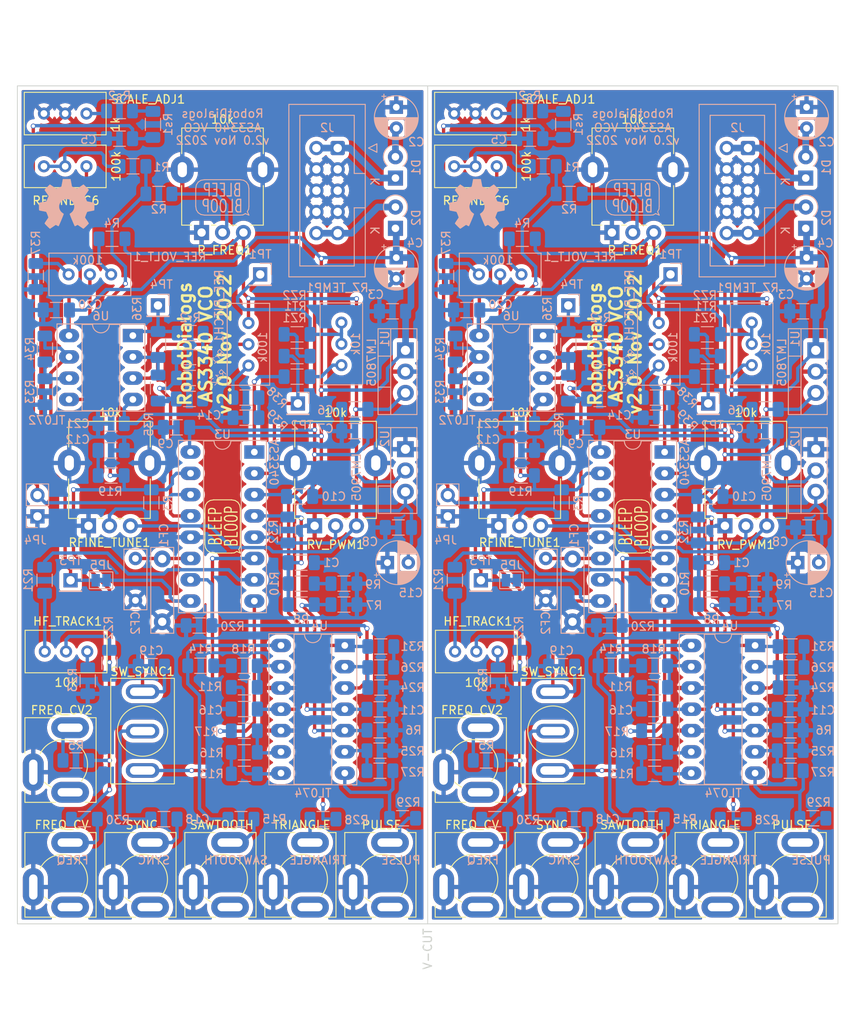
<source format=kicad_pcb>
(kicad_pcb (version 20211014) (generator pcbnew)
  (title_block (title "3340_VCO") (date "2022-12-09") (rev "2.0") (company "RobotDialogs"))
  (layers (0 "F.Cu" signal) (31 "B.Cu" signal) (34 "B.Paste" user) (35 "F.Paste" user) (36 "B.SilkS" user "B.Silkscreen") (37 "F.SilkS" user "F.Silkscreen") (38 "B.Mask" user) (39 "F.Mask" user) (44 "Edge.Cuts" user))
  (net 0 "")
  (net 1 "+12V")
  (net 2 "GND")
  (net 3 "-12V")
  (net 4 "+5V")
  (net 5 "-5V")
  (net 6 "-12VA")
  (net 7 "Net-(REF_VOLT_1-Pad1)")
  (net 8 "+12VA")
  (net 9 "Net-(C12-Pad2)")
  (net 10 "Net-(C14-Pad1)")
  (net 11 "/Inputs/Scale")
  (net 12 "Net-(C18-Pad2)")
  (net 13 "Net-(CF1-Pad1)")
  (net 15 "REF_PITCH1")
  (net 16 "VEE")
  (net 17 "Net-(J100-PadT)")
  (net 18 "/Inputs/Frequency Control")
  (net 19 "Net-(C18-Pad1)")
  (net 22 "/Inputs/Linear FM")
  (net 23 "Net-(J102-PadT)")
  (net 24 "Net-(R10-Pad2)")
  (net 25 "/Outputs/Triangle Output")
  (net 27 "Net-(R11-Pad1)")
  (net 28 "/Outputs/Sawtooth Output")
  (net 29 "Net-(J103-PadT)")
  (net 31 "Net-(J104-PadT)")
  (net 32 "Net-(REF_PITCH1-Pad2)")
  (net 33 "/Inputs/To Pulse")
  (net 34 "Net-(HF_TRACK1-Pad1)")
  (net 35 "Net-(HF_TRACK1-Pad2)")
  (net 36 "Net-(R1-Pad1)")
  (net 37 "Net-(R2-Pad2)")
  (net 38 "/Inputs/High Frequency Track")
  (net 39 "Net-(R3-Pad2)")
  (net 40 "Net-(R26-Pad2)")
  (net 41 "Net-(HF_TRACK1-Pad3)")
  (net 43 "REF_VOLT_1")
  (net 44 "/Inputs/Scale Adjust 2")
  (net 45 "/Inputs/PWM Control")
  (net 46 "Net-(R11-Pad2)")
  (net 47 "Net-(J1-PadT)")
  (net 48 "Net-(Rs1-Pad2)")
  (net 49 "/Inputs/Scale Adjust 1")
  (net 50 "/Inputs/Soft Sync")
  (net 51 "/Inputs/Hard Sync")
  (net 52 "Net-(R6-Pad2)")
  (net 53 "Net-(R13-Pad1)")
  (net 54 "Net-(R14-Pad1)")
  (net 55 "Net-(R25-Pad1)")
  (net 56 "Net-(R14-Pad2)")
  (net 57 "Net-(RZ1-Pad2)")
  (net 58 "Net-(RZ2-Pad1)")
  (net 59 "Net-(R16-Pad1)")
  (net 60 "Net-(R24-Pad2)")
  (net 61 "Net-(R27-Pad1)")
  (net 62 "Net-(R28-Pad1)")
  (net 63 "Net-(R33-Pad2)")
  (net 64 "Net-(R35-Pad2)")
  (net 65 "Net-(R37-Pad2)")
  (net 66 "Net-(R38-Pad1)")
  (net 67 "Net-(R38-Pad2)")
  (net 68 "Net-(REF_VOLT_1-Pad2)")
  (net 69 "Net-(Rr1-Pad2)")
  (net 70 "Net-(Rs2-Pad2)")
  (footprint "My Stuff:Logo2" (layer "F.Cu") (at 213.5 63.3)
    (fp_text reference "LOGO101" hide)
    (fp_text value "logo1" hide)
  )
  (footprint "My Stuff:Jack_3.5mm_MJ-355W_Vertical" (layer "F.Cu") (at 232.6 144.7)
    (fp_text reference "J104")
    (fp_text value "PULSE")
  )
  (footprint "My Stuff:Jack_3.5mm_MJ-355W_Vertical" (layer "F.Cu") (at 194.4 131)
    (fp_text reference "J1")
    (fp_text value "FREQ_CV2")
  )
  (footprint "My Stuff:Jack_3.5mm_MJ-355W_Vertical" (layer "F.Cu") (at 145.4 144.7)
    (fp_text reference "J100")
    (fp_text value "FREQ_CV")
  )
  (footprint "My Stuff:SPDT_Toggle" (layer "F.Cu") (at 203.95 127)
    (fp_text reference "SW_SYNC1")
    (fp_text value "SW_SPDT")
  )
  (footprint "My Stuff:Jack_3.5mm_MJ-355W_Vertical" (layer "F.Cu") (at 203.95 144.7)
    (fp_text reference "J101")
    (fp_text value "SYNC")
  )
  (footprint "My Stuff:Potentiometer_Alpha_RD901F-40-00D_Single_Vertical_w_3d" (layer "F.Cu") (at 213.5 60 90)
    (fp_text reference "R_FREQ1")
    (fp_text value "10k")
  )
  (footprint "My Stuff:Logo1" (layer "F.Cu") (at 213.5 102.6 90)
    (fp_text reference "LOGO1" hide)
    (fp_text value "logo1" hide)
  )
  (footprint "My Stuff:Jack_3.5mm_MJ-355W_Vertical" (layer "F.Cu") (at 154.95 144.7)
    (fp_text reference "J101")
    (fp_text value "SYNC")
  )
  (footprint "My Stuff:Logo1" (layer "F.Cu") (at 164.5 102.6 90)
    (fp_text reference "LOGO1" hide)
    (fp_text value "logo1" hide)
  )
  (footprint "Potentiometer_THT:Potentiometer_Bourns_3296W_Vertical" (layer "F.Cu") (at 197.25 59.6)
    (fp_text reference "REFIND_C6")
    (fp_text value "100k")
  )
  (footprint "My Stuff:SPDT_Toggle" (layer "F.Cu") (at 154.95 127)
    (fp_text reference "SW_SYNC1")
    (fp_text value "SW_SPDT")
  )
  (footprint "My Stuff:Potentiometer_Alpha_RD901F-40-00D_Single_Vertical_w_3d" (layer "F.Cu") (at 227 95 90)
    (fp_text reference "RV_PWM1")
    (fp_text value "10k")
  )
  (footprint "My Stuff:Jack_3.5mm_MJ-355W_Vertical" (layer "F.Cu") (at 194.4 144.7)
    (fp_text reference "J100")
    (fp_text value "FREQ_CV")
  )
  (footprint "My Stuff:Jack_3.5mm_MJ-355W_Vertical" (layer "F.Cu") (at 213.5 144.7)
    (fp_text reference "J102")
    (fp_text value "SAWTOOTH")
  )
  (footprint "Potentiometer_THT:Potentiometer_Bourns_3296W_Vertical" (layer "F.Cu") (at 197.25 53.3)
    (fp_text reference "SCALE_ADJ1")
    (fp_text value "1k")
  )
  (footprint "My Stuff:Jack_3.5mm_MJ-355W_Vertical" (layer "F.Cu") (at 223.05 144.7)
    (fp_text reference "J103")
    (fp_text value "TRIANGLE")
  )
  (footprint "Potentiometer_THT:Potentiometer_Bourns_3296W_Vertical" (layer "F.Cu") (at 148.25 53.3)
    (fp_text reference "SCALE_ADJ1")
    (fp_text value "1k")
  )
  (footprint "Potentiometer_THT:Potentiometer_Bourns_3296W_Vertical" (layer "F.Cu") (at 197.35 117.5)
    (fp_text reference "HF_TRACK1")
    (fp_text value "10k")
  )
  (footprint "My Stuff:Jack_3.5mm_MJ-355W_Vertical" (layer "F.Cu") (at 174.05 144.7)
    (fp_text reference "J103")
    (fp_text value "TRIANGLE")
  )
  (footprint "My Stuff:Potentiometer_Alpha_RD901F-40-00D_Single_Vertical_w_3d" (layer "F.Cu") (at 178 95 90)
    (fp_text reference "RV_PWM1")
    (fp_text value "10k")
  )
  (footprint "My Stuff:Jack_3.5mm_MJ-355W_Vertical" (layer "F.Cu") (at 183.6 144.7)
    (fp_text reference "J104")
    (fp_text value "PULSE")
  )
  (footprint "Potentiometer_THT:Potentiometer_Bourns_3296W_Vertical" (layer "F.Cu") (at 148.25 59.6)
    (fp_text reference "REFIND_C6")
    (fp_text value "100k")
  )
  (footprint "My Stuff:Jack_3.5mm_MJ-355W_Vertical" (layer "F.Cu") (at 164.5 144.7)
    (fp_text reference "J102")
    (fp_text value "SAWTOOTH")
  )
  (footprint "My Stuff:Jack_3.5mm_MJ-355W_Vertical" (layer "F.Cu") (at 145.4 131)
    (fp_text reference "J1")
    (fp_text value "FREQ_CV2")
  )
  (footprint "My Stuff:Potentiometer_Alpha_RD901F-40-00D_Single_Vertical_w_3d" (layer "F.Cu") (at 151 95 90)
    (fp_text reference "RFINE_TUNE1")
    (fp_text value "10k")
  )
  (footprint "My Stuff:Potentiometer_Alpha_RD901F-40-00D_Single_Vertical_w_3d" (layer "F.Cu") (at 164.5 60 90)
    (fp_text reference "R_FREQ1")
    (fp_text value "10k")
  )
  (footprint "Potentiometer_THT:Potentiometer_Bourns_3296W_Vertical" (layer "F.Cu") (at 148.35 117.5)
    (fp_text reference "HF_TRACK1")
    (fp_text value "10k")
  )
  (footprint "My Stuff:Potentiometer_Alpha_RD901F-40-00D_Single_Vertical_w_3d" (layer "F.Cu") (at 200 95 90)
    (fp_text reference "RFINE_TUNE1")
    (fp_text value "10k")
  )
  (footprint "My Stuff:Logo2" (layer "F.Cu") (at 164.5 63.3)
    (fp_text reference "LOGO101" hide)
    (fp_text value "logo1" hide)
  )
  (footprint "Resistor_SMD:R_1206_3216Metric_Pad1.30x1.75mm_HandSolder" (layer "B.Cu") (at 216.1 129.532 180)
    (fp_text reference "R16")
    (fp_text value "100k")
  )
  (footprint "Capacitor_SMD:C_1206_3216Metric_Pad1.33x1.80mm_HandSolder" (layer "B.Cu") (at 222.9 106.9)
    (fp_text reference "C1")
    (fp_text value "100pF")
  )
  (footprint "Resistor_SMD:R_1206_3216Metric_Pad1.30x1.75mm_HandSolder" (layer "B.Cu") (at 210.7 114.4)
    (fp_text reference "R20")
    (fp_text value "100k")
  )
  (footprint "Connector_PinHeader_2.54mm:PinHeader_1x01_P2.54mm_Vertical" (layer "B.Cu") (at 222.5 87.9 180)
    (fp_text reference "TP2")
    (fp_text value "TestPoint")
  )
  (footprint "Capacitor_SMD:C_1206_3216Metric_Pad1.33x1.80mm_HandSolder" (layer "B.Cu") (at 183.3 124.4)
    (fp_text reference "C11")
    (fp_text value "10nF")
  )
  (footprint "Capacitor_SMD:C_1206_3216Metric_Pad1.33x1.80mm_HandSolder" (layer "B.Cu") (at 232.3 124.4)
    (fp_text reference "C11")
    (fp_text value "10nF")
  )
  (footprint "Resistor_SMD:R_1206_3216Metric_Pad1.30x1.75mm_HandSolder" (layer "B.Cu") (at 143.29 81.4 90)
    (fp_text reference "R34")
    (fp_text value "0")
  )
  (footprint "Connector_PinHeader_2.54mm:PinHeader_1x02_P2.54mm_Vertical" (layer "B.Cu") (at 191.4 101.375)
    (fp_text reference "JP4")
    (fp_text value "Jumper_2_Open")
  )
  (footprint "Capacitor_SMD:C_1206_3216Metric_Pad1.33x1.80mm_HandSolder" (layer "B.Cu") (at 205 119.25)
    (fp_text reference "C19")
    (fp_text value "10nF")
  )
  (footprint "Resistor_SMD:R_1206_3216Metric_Pad1.30x1.75mm_HandSolder" (layer "B.Cu") (at 216.1 126.964)
    (fp_text reference "R17")
    (fp_text value "100k")
  )
  (footprint "Resistor_SMD:R_1206_3216Metric_Pad1.30x1.75mm_HandSolder" (layer "B.Cu") (at 183.4 116.9 180)
    (fp_text reference "R31")
    (fp_text value "100k")
  )
  (footprint "Resistor_SMD:R_1206_3216Metric_Pad1.30x1.75mm_HandSolder" (layer "B.Cu") (at 192.29 86.5 90)
    (fp_text reference "R33")
    (fp_text value "DNU")
  )
  (footprint "Capacitor_THT:C_Rect_L10.0mm_W2.5mm_P7.50mm_MKS4" (layer "B.Cu") (at 206.3 106.450001 -90)
    (fp_text reference "CF1")
    (fp_text value "1nF")
  )
  (footprint "Package_TO_SOT_THT:TO-220-3_Vertical" (layer "B.Cu") (at 235.345 81.56 -90)
    (fp_text reference "U1")
    (fp_text value "LM7805_TO220")
  )
  (footprint "Resistor_SMD:R_1206_3216Metric_Pad1.30x1.75mm_HandSolder" (layer "B.Cu") (at 215.7 137.5)
    (fp_text reference "R15")
    (fp_text value "1k")
  )
  (footprint "Resistor_SMD:R_1206_3216Metric_Pad1.30x1.75mm_HandSolder" (layer "B.Cu") (at 216.1 119.2 180)
    (fp_text reference "R18")
    (fp_text value "100k")
  )
  (footprint "Package_TO_SOT_THT:TO-220-3_Vertical" (layer "B.Cu") (at 186.345 93.36 -90)
    (fp_text reference "U2")
    (fp_text value "L7905")
  )
  (footprint "Resistor_SMD:R_1206_3216Metric_Pad1.30x1.75mm_HandSolder" (layer "B.Cu") (at 200 118.9 90)
    (fp_text reference "R22")
    (fp_text value "1M")
  )
  (footprint "Resistor_SMD:R_1206_3216Metric_Pad1.30x1.75mm_HandSolder" (layer "B.Cu") (at 179 109.4)
    (fp_text reference "R9")
    (fp_text value "0")
  )
  (footprint "Connector_PinHeader_2.54mm:PinHeader_1x01_P2.54mm_Vertical" (layer "B.Cu") (at 169 72.5 180)
    (fp_text reference "TP1")
    (fp_text value "TestPoint")
  )
  (footprint "Resistor_SMD:R_1206_3216Metric_Pad1.30x1.75mm_HandSolder" (layer "B.Cu") (at 179 111.9 180)
    (fp_text reference "R7")
    (fp_text value "100k")
  )
  (footprint "Resistor_SMD:R_1206_3216Metric_Pad1.30x1.75mm_HandSolder" (layer "B.Cu") (at 173.4 82.25)
    (fp_text reference "RT1")
    (fp_text value "5.6k")
  )
  (footprint "Connector_PinHeader_2.54mm:PinHeader_1x01_P2.54mm_Vertical" (layer "B.Cu") (at 195.35 109 180)
    (fp_text reference "TP3")
    (fp_text value "REF_VOLT_1")
  )
  (footprint "Capacitor_THT:C_Rect_L10.0mm_W2.5mm_P7.50mm_MKS4" (layer "B.Cu") (at 157.3 106.450001 -90)
    (fp_text reference "CF1")
    (fp_text value "1nF")
  )
  (footprint "Resistor_SMD:R_1206_3216Metric_Pad1.30x1.75mm_HandSolder" (layer "B.Cu") (at 222.4 79.65 180)
    (fp_text reference "RZ2")
    (fp_text value "5.6k")
  )
  (footprint "Capacitor_SMD:C_1206_3216Metric_Pad1.33x1.80mm_HandSolder" (layer "B.Cu") (at 151.2 90.3)
    (fp_text reference "C21")
    (fp_text value "10nF")
  )
  (footprint "Resistor_SMD:R_1206_3216Metric_Pad1.30x1.75mm_HandSolder" (layer "B.Cu") (at 156.8 80.86 90)
    (fp_text reference "R36")
    (fp_text value "100k")
  )
  (footprint "Resistor_SMD:R_1206_3216Metric_Pad1.30x1.75mm_HandSolder" (layer "B.Cu") (at 205 99.75 -90)
    (fp_text reference "R3")
    (fp_text value "1.5M")
  )
  (footprint "Resistor_SMD:R_1206_3216Metric_Pad1.30x1.75mm_HandSolder" (layer "B.Cu") (at 183.3 131.73 180)
    (fp_text reference "R27")
    (fp_text value "100k")
  )
  (footprint "Resistor_SMD:R_1206_3216Metric_Pad1.30x1.75mm_HandSolder" (layer "B.Cu") (at 222.4 82.25)
    (fp_text reference "RT1")
    (fp_text value "5.6k")
  )
  (footprint "Resistor_SMD:R_1206_3216Metric_Pad1.30x1.75mm_HandSolder" (layer "B.Cu") (at 173.9 109.4)
    (fp_text reference "R10")
    (fp_text value "47k")
  )
  (footprint "Resistor_SMD:R_1206_3216Metric_Pad1.30x1.75mm_HandSolder" (layer "B.Cu") (at 232.3 129.33)
    (fp_text reference "R25")
    (fp_text value "100k")
  )
  (footprint "Resistor_SMD:R_1206_3216Metric_Pad1.30x1.75mm_HandSolder" (layer "B.Cu") (at 183.4 119.4)
    (fp_text reference "R26")
    (fp_text value "100k")
  )
  (footprint "Capacitor_SMD:C_1206_3216Metric_Pad1.33x1.80mm_HandSolder" (layer "B.Cu") (at 234.5 102.7 180)
    (fp_text reference "C8")
    (fp_text value "100nF")
  )
  (footprint "Symbol:OSHW-Symbol_6.7x6mm_SilkScreen" (layer "B.Cu") (at 194.9 64.1 180)
    (fp_text reference "LOGO2" hide)
    (fp_text value "Logo_Open_Hardware_Small" hide)
  )
  (footprint "Resistor_SMD:R_1206_3216Metric_Pad1.30x1.75mm_HandSolder" (layer "B.Cu") (at 222.4 84.7)
    (fp_text reference "RZ1")
    (fp_text value "18k")
  )
  (footprint "Capacitor_SMD:C_1206_3216Metric_Pad1.33x1.80mm_HandSolder" (layer "B.Cu") (at 185.5 102.7 180)
    (fp_text reference "C8")
    (fp_text value "100nF")
  )
  (footprint "Resistor_SMD:R_1206_3216Metric_Pad1.30x1.75mm_HandSolder" (layer "B.Cu") (at 143.25 109 -90)
    (fp_text reference "R21")
    (fp_text value "5.1k")
  )
  (footprint "Resistor_SMD:R_1206_3216Metric_Pad1.30x1.75mm_HandSolder" (layer "B.Cu") (at 172.3 103 90)
    (fp_text reference "R32")
    (fp_text value "2M")
  )
  (footprint "Diode_THT:D_A-405_P2.54mm_Vertical_KathodeUp" (layer "B.Cu") (at 234.15 61 90)
    (fp_text reference "D1")
    (fp_text value "D")
  )
  (footprint "Resistor_SMD:R_1206_3216Metric_Pad1.30x1.75mm_HandSolder" (layer "B.Cu") (at 160.64 79.5 180)
    (fp_text reference "Rr2")
    (fp_text value "1M")
  )
  (footprint "Capacitor_THT:CP_Radial_D5.0mm_P2.50mm" (layer "B.Cu") (at 234.25 52.544888 -90)
    (fp_text reference "C2")
    (fp_text value "100uF")
  )
  (footprint "Potentiometer_THT:Potentiometer_Bourns_3296W_Vertical" (layer "B.Cu") (at 216.6 78.3 90)
    (fp_text reference "REF_PITCH1")
    (fp_text value "100k")
  )
  (footprint "Capacitor_THT:C_Rect_L7.0mm_W2.5mm_P5.00mm" (layer "B.Cu") (at 154.1 106.4 -90)
    (fp_text reference "CF2")
    (fp_text value "1nF")
  )
  (footprint "Capacitor_THT:C_Rect_L7.0mm_W2.5mm_P5.00mm" (layer "B.Cu") (at 203.1 106.4 -90)
    (fp_text reference "CF2")
    (fp_text value "1nF")
  )
  (footprint "Resistor_SMD:R_1206_3216Metric_Pad1.30x1.75mm_HandSolder" (layer "B.Cu") (at 192.29 81.4 90)
    (fp_text reference "R34")
    (fp_text value "0")
  )
  (footprint "Resistor_SMD:R_1206_3216Metric_Pad1.30x1.75mm_HandSolder" (layer "B.Cu") (at 209.64 79.5 180)
    (fp_text reference "Rr2")
    (fp_text value "1M")
  )
  (footprint "Resistor_SMD:R_1206_3216Metric_Pad1.30x1.75mm_HandSolder" (layer "B.Cu") (at 197 137.5)
    (fp_text reference "R30")
    (fp_text value "100k,0.05%")
  )
  (footprint "Potentiometer_THT:Potentiometer_Bourns_3296W_Vertical" (layer "B.Cu") (at 151.2 72.5)
    (fp_text reference "REF_VOLT_1")
    (fp_text value "100k")
  )
  (footprint "Potentiometer_THT:Potentiometer_Bourns_3296W_Vertical" (layer "B.Cu") (at 200.2 72.5)
    (fp_text reference "REF_VOLT_1")
    (fp_text value "100k")
  )
  (footprint "Diode_THT:D_A-405_P2.54mm_Vertical_KathodeUp" (layer "B.Cu") (at 185.15 67 90)
    (fp_text reference "D2")
    (fp_text value "D")
  )
  (footprint "Capacitor_SMD:C_1206_3216Metric_Pad1.33x1.80mm_HandSolder" (layer "B.Cu") (at 156 119.25)
    (fp_text reference "C19")
    (fp_text value "10nF")
  )
  (footprint "Resistor_SMD:R_1206_3216Metric_Pad1.30x1.75mm_HandSolder" (layer "B.Cu") (at 216.1 132.1)
    (fp_text reference "R13")
    (fp_text value "15k")
  )
  (footprint "Resistor_SMD:R_1206_3216Metric_Pad1.30x1.75mm_HandSolder" (layer "B.Cu") (at 151.2 96.5 180)
    (fp_text reference "R19")
    (fp_text value "470")
  )
  (footprint "Capacitor_SMD:C_1206_3216Metric_Pad1.33x1.80mm_HandSolder" (layer "B.Cu") (at 193.6525 76.75 180)
    (fp_text reference "C20")
    (fp_text value "10nF")
  )
  (footprint "Resistor_SMD:R_1206_3216Metric_Pad1.30x1.75mm_HandSolder" (layer "B.Cu") (at 151.3 68.25)
    (fp_text reference "R4")
    (fp_text value "0")
  )
  (footprint "Resistor_SMD:R_1206_3216Metric_Pad1.30x1.75mm_HandSolder" (layer "B.Cu") (at 232.3 131.73 180)
    (fp_text reference "R27")
    (fp_text value "100k")
  )
  (footprint "Resistor_SMD:R_1206_3216Metric_Pad1.30x1.75mm_HandSolder" (layer "B.Cu") (at 167.1 129.532 180)
    (fp_text reference "R16")
    (fp_text value "100k")
  )
  (footprint "Resistor_SMD:R_1206_3216Metric_Pad1.30x1.75mm_HandSolder" (layer "B.Cu") (at 235 137.4)
    (fp_text reference "R29")
    (fp_text value "1k")
  )
  (footprint "Potentiometer_THT:Potentiometer_Bourns_3296W_Vertical" (layer "B.Cu") (at 227.7 78.25 90)
    (fp_text reference "RZ_TEMP1")
    (fp_text value "10k")
  )
  (footprint "Resistor_SMD:R_1206_3216Metric_Pad1.30x1.75mm_HandSolder" (layer "B.Cu") (at 143.29 86.5 90)
    (fp_text reference "R33")
    (fp_text value "DNU")
  )
  (footprint "Resistor_SMD:R_1206_3216Metric_Pad1.30x1.75mm_HandSolder" (layer "B.Cu") (at 216.3 89.6)
    (fp_text reference "R39")
    (fp_text value "100k")
  )
  (footprint "Resistor_SMD:R_1206_3216Metric_Pad1.30x1.75mm_HandSolder" (layer "B.Cu") (at 160.55 84.86 180)
    (fp_text reference "R12")
    (fp_text value "470")
  )
  (footprint "Resistor_SMD:R_1206_3216Metric_Pad1.30x1.75mm_HandSolder" (layer "B.Cu") (at 161.9 119.2 180)
    (fp_text reference "R14")
    (fp_text value "15k")
  )
  (footprint "Resistor_SMD:R_1206_3216Metric_Pad1.30x1.75mm_HandSolder" (layer "B.Cu") (at 201.19375 53 180)
    (fp_text reference "Rs2")
    (fp_text value "620")
  )
  (footprint "Resistor_SMD:R_1206_3216Metric_Pad1.30x1.75mm_HandSolder" (layer "B.Cu") (at 196 130.5 180)
    (fp_text reference "R5")
    (fp_text value "100k,0.05%")
  )
  (footprint "Capacitor_SMD:C_1206_3216Metric_Pad1.33x1.80mm_HandSolder" (layer "B.Cu") (at 151.199999 93.500003 180)
    (fp_text reference "C12")
    (fp_text value "10nF")
  )
  (footprint "Package_DIP:DIP-14_W7.62mm_Socket_LongPads" (layer "B.Cu") (at 228.1 116.775 180)
    (fp_text reference "U4")
    (fp_text value "TL074")
  )
  (footprint "Resistor_SMD:R_1206_3216Metric_Pad1.30x1.75mm_HandSolder" (layer "B.Cu") (at 167.3 89.6)
    (fp_text reference "R39")
    (fp_text value "100k")
  )
  (footprint "Capacitor_SMD:C_1206_3216Metric_Pad1.33x1.80mm_HandSolder" (layer "B.Cu") (at 159 90.75 180)
    (fp_text reference "C9")
    (fp_text value "10nF")
  )
  (footprint "Resistor_SMD:R_1206_3216Metric_Pad1.30x1.75mm_HandSolder" (layer "B.Cu") (at 156.19375 54.6 90)
    (fp_text reference "Rs1")
    (fp_text value "1k")
  )
  (footprint "Resistor_SMD:R_1206_3216Metric_Pad1.30x1.75mm_HandSolder" (layer "B.Cu") (at 153.8 59.6)
    (fp_text reference "R1")
    (fp_text value "150k")
  )
  (footprint "Capacitor_SMD:C_1206_3216Metric_Pad1.33x1.80mm_HandSolder" (layer "B.Cu") (at 222.7 99)
    (fp_text reference "C10")
    (fp_text value "10nF")
  )
  (footprint "Resistor_SMD:R_1206_3216Metric_Pad1.30x1.75mm_HandSolder" (layer "B.Cu") (at 209.55 84.86 180)
    (fp_text reference "R12")
    (fp_text value "470")
  )
  (footprint "Capacitor_SMD:C_1206_3216Metric_Pad1.33x1.80mm_HandSolder" (layer "B.Cu") (at 216.1 124.366)
    (fp_text reference "C16")
    (fp_text value "10nF")
  )
  (footprint "Resistor_SMD:R_1206_3216Metric_Pad1.30x1.75mm_HandSolder" (layer "B.Cu") (at 183.3 126.9 180)
    (fp_text reference "R6")
    (fp_text value "DNU")
  )
  (footprint "Capacitor_SMD:C_1206_3216Metric_Pad1.33x1.80mm_HandSolder" (layer "B.Cu") (at 229.3 91.2 180)
    (fp_text reference "C7")
    (fp_text value "330nF")
  )
  (footprint "Connector_IDC:IDC-Header_2x05_P2.54mm_Vertical" (layer "B.Cu") (at 178.2525 57.42 180)
    (fp_text reference "J2")
    (fp_text value "Conn_02x05_Odd_Even")
  )
  (footprint "Resistor_SMD:R_1206_3216Metric_Pad1.30x1.75mm_HandSolder" (layer "B.Cu") (at 152.19375 53 180)
    (fp_text reference "Rs2")
    (fp_text value "620")
  )
  (footprint "Resistor_SMD:R_1206_3216Metric_Pad1.30x1.75mm_HandSolder" (layer "B.Cu") (at 192.25 109 -90)
    (fp_text reference "R21")
    (fp_text value "5.1k")
  )
  (footprint "Resistor_SMD:R_1206_3216Metric_Pad1.30x1.75mm_HandSolder" (layer "B.Cu") (at 183.4 121.8 180)
    (fp_text reference "R24")
    (fp_text value "120k")
  )
  (footprint "Package_DIP:DIP-16_W7.62mm_Socket_LongPads" (layer "B.Cu") (at 168.3 93.7 180)
    (fp_text reference "U3")
    (fp_text value "AS3340")
  )
  (footprint "Resistor_SMD:R_1206_3216Metric_Pad1.30x1.75mm_HandSolder" (layer "B.Cu") (at 205.19375 54.6 90)
    (fp_text reference "Rs1")
    (fp_text value "1k")
  )
  (footprint "Capacitor_SMD:C_1206_3216Metric_Pad1.33x1.80mm_HandSolder" (layer "B.Cu") (at 160.55 87.36 180)
    (fp_text reference "C14")
    (fp_text value "10nF")
  )
  (footprint "Capacitor_SMD:C_1206_3216Metric_Pad1.33x1.80mm_HandSolder" (layer "B.Cu") (at 173.7 99)
    (fp_text reference "C10")
    (fp_text value "10nF")
  )
  (footprint "Resistor_SMD:R_1206_3216Metric_Pad1.30x1.75mm_HandSolder" (layer "B.Cu") (at 210.9 119.2 180)
    (fp_text reference "R14")
    (fp_text value "15k")
  )
  (footprint "Jumper:SolderJumper-2_P1.3mm_Bridged_Pad1.0x1.5mm" (layer "B.Cu") (at 199 109 180)
    (fp_text reference "JP5")
    (fp_text value "Jumper_2_Bridged")
  )
  (footprint "Diode_THT:D_A-405_P2.54mm_Vertical_KathodeUp" (layer "B.Cu") (at 185.15 61 90)
    (fp_text reference "D1")
    (fp_text value "D")
  )
  (footprint "Resistor_SMD:R_1206_3216Metric_Pad1.30x1.75mm_HandSolder" (layer "B.Cu") (at 191.2 72.75 90)
    (fp_text reference "R37")
    (fp_text value "51k")
  )
  (footprint "Capacitor_SMD:C_1206_3216Metric_Pad1.33x1.80mm_HandSolder" (layer "B.Cu") (at 200.2 90.3)
    (fp_text reference "C21")
    (fp_text value "10nF")
  )
  (footprint "Package_TO_SOT_THT:TO-220-3_Vertical" (layer "B.Cu") (at 186.345 81.56 -90)
    (fp_text reference "U1")
    (fp_text value "LM7805_TO220")
  )
  (footprint "Resistor_SMD:R_1206_3216Metric_Pad1.30x1.75mm_HandSolder" (layer "B.Cu") (at 167.1 132.1)
    (fp_text reference "R13")
    (fp_text value "15k")
  )
  (footprint "Capacitor_SMD:C_1206_3216Metric_Pad1.33x1.80mm_HandSolder" (layer "B.Cu") (at 167.1 124.366)
    (fp_text reference "C16")
    (fp_text value "10nF")
  )
  (footprint "Connector_IDC:IDC-Header_2x05_P2.54mm_Vertical" (layer "B.Cu") (at 227.2525 57.42 180)
    (fp_text reference "J2")
    (fp_text value "Conn_02x05_Odd_Even")
  )
  (footprint "Connector_PinHeader_2.54mm:PinHeader_1x02_P2.54mm_Vertical" (layer "B.Cu") (at 142.4 101.375)
    (fp_text reference "JP4")
    (fp_text value "Jumper_2_Open")
  )
  (footprint "Connector_PinHeader_2.54mm:PinHeader_1x01_P2.54mm_Vertical" (layer "B.Cu") (at 146.35 109 180)
    (fp_text reference "TP3")
    (fp_text value "REF_VOLT_1")
  )
  (footprint "Capacitor_SMD:C_1206_3216Metric_Pad1.33x1.80mm_HandSolder" (layer "B.Cu") (at 180.3 88.6 180)
    (fp_text reference "C6")
    (fp_text value "100nF")
  )
  (footprint "Package_TO_SOT_THT:TO-220-3_Vertical" (layer "B.Cu") (at 235.345 93.36 -90)
    (fp_text reference "U2")
    (fp_text value "L7905")
  )
  (footprint "Package_DIP:DIP-8_W7.62mm_Socket_LongPads" (layer "B.Cu") (at 202.79 79.8 180)
    (fp_text reference "U6")
    (fp_text value "TL072")
  )
  (footprint "Resistor_SMD:R_1206_3216Metric_Pad1.30x1.75mm_HandSolder" (layer "B.Cu") (at 148 137.5)
    (fp_text reference "R30")
    (fp_text value "100k,0.05%")
  )
  (footprint "Resistor_SMD:R_1206_3216Metric_Pad1.30x1.75mm_HandSolder" (layer "B.Cu") (at 147 130.5 180)
    (fp_text reference "R5")
    (fp_text value "100k,0.05%")
  )
  (footprint "Resistor_SMD:R_1206_3216Metric_Pad1.30x1.75mm_HandSolder" (layer "B.Cu") (at 156 99.75 -90)
    (fp_text reference "R3")
    (fp_text value "1.5M")
  )
  (footprint "Resistor_SMD:R_1206_3216Metric_Pad1.30x1.75mm_HandSolder" (layer "B.Cu") (at 166.7 137.5)
    (fp_text reference "R15")
    (fp_text value "1k")
  )
  (footprint "Resistor_SMD:R_1206_3216Metric_Pad1.30x1.75mm_HandSolder" (layer "B.Cu") (at 216.1 121.768)
    (fp_text reference "R11")
    (fp_text value "100k")
  )
  (footprint "Package_DIP:DIP-16_W7.62mm_Socket_LongPads" (layer "B.Cu") (at 217.3 93.7 180)
    (fp_text reference "U3")
    (fp_text value "AS3340")
  )
  (footprint "Resistor_SMD:R_1206_3216Metric_Pad1.30x1.75mm_HandSolder" (layer "B.Cu") (at 167.1 121.768)
    (fp_text reference "R11")
    (fp_text value "100k")
  )
  (footprint "Capacitor_SMD:C_1206_3216Metric_Pad1.33x1.80mm_HandSolder" (layer "B.Cu") (at 208 90.75 180)
    (fp_text reference "C9")
    (fp_text value "10nF")
  )
  (footprint "Diode_THT:D_A-405_P2.54mm_Vertical_KathodeUp" (layer "B.Cu") (at 234.15 67 90)
    (fp_text reference "D2")
    (fp_text value "D")
  )
  (footprint "Capacitor_SMD:C_1206_3216Metric_Pad1.33x1.80mm_HandSolder" (layer "B.Cu") (at 229.3 88.6 180)
    (fp_text reference "C6")
    (fp_text value "100nF")
  )
  (footprint "Resistor_SMD:R_1206_3216Metric_Pad1.30x1.75mm_HandSolder" (layer "B.Cu") (at 151 118.9 90)
    (fp_text reference "R22")
    (fp_text value "1M")
  )
  (footprint "Resistor_SMD:R_1206_3216Metric_Pad1.30x1.75mm_HandSolder" (layer "B.Cu") (at 173.9 111.9 180)
    (fp_text reference "R8")
    (fp_text value "100k")
  )
  (footprint "Capacitor_SMD:C_1206_3216Metric_Pad1.33x1.80mm_HandSolder" (layer "B.Cu") (at 152.19375 56.3)
    (fp_text reference "C5")
    (fp_text value "560pF")
  )
  (footprint "Resistor_SMD:R_1206_3216Metric_Pad1.30x1.75mm_HandSolder" (layer "B.Cu") (at 228 111.9 180)
    (fp_text reference "R7")
    (fp_text value "100k")
  )
  (footprint "Resistor_SMD:R_1206_3216Metric_Pad1.30x1.75mm_HandSolder" (layer "B.Cu") (at 173.4 84.7)
    (fp_text reference "RZ1")
    (fp_text value "18k")
  )
  (footprint "Capacitor_SMD:C_1206_3216Metric_Pad1.33x1.80mm_HandSolder" (layer "B.Cu") (at 173.9 106.9)
    (fp_text reference "C1")
    (fp_text value "100pF")
  )
  (footprint "Resistor_SMD:R_1206_3216Metric_Pad1.30x1.75mm_HandSolder" (layer "B.Cu") (at 232.4 116.9 180)
    (fp_text reference "R31")
    (fp_text value "100k")
  )
  (footprint "Resistor_SMD:R_1206_3216Metric_Pad1.30x1.75mm_HandSolder" (layer "B.Cu") (at 216.3 87.2 180)
    (fp_text reference "R38")
    (fp_text value "100k")
  )
  (footprint "Capacitor_THT:CP_Radial_D5.0mm_P2.50mm" (layer "B.Cu") (at 185.25 70.5 -90)
    (fp_text reference "C4")
    (fp_text value "100uF")
  )
  (footprint "Resistor_SMD:R_1206_3216Metric_Pad1.30x1.75mm_HandSolder" (layer "B.Cu") (at 222.9 111.9 180)
    (fp_text reference "R8")
    (fp_text value "100k")
  )
  (footprint "Resistor_SMD:R_1206_3216Metric_Pad1.30x1.75mm_HandSolder" (layer "B.Cu") (at 156.9 62.9)
    (fp_text reference "R2")
    (fp_text value "47k")
  )
  (footprint "Resistor_SMD:R_1206_3216Metric_Pad1.30x1.75mm_HandSolder" (layer "B.Cu") (at 225.5 137.5 180)
    (fp_text reference "R28")
    (fp_text value "1k")
  )
  (footprint "Resistor_SMD:R_1206_3216Metric_Pad1.30x1.75mm_HandSolder" (layer "B.Cu") (at 186 137.4)
    (fp_text reference "R29")
    (fp_text value "1k")
  )
  (footprint "Connector_PinHeader_2.54mm:PinHeader_1x01_P2.54mm_Vertical" (layer "B.Cu") (at 173.5 87.9 180)
    (fp_text reference "TP2")
    (fp_text value "TestPoint")
  )
  (footprint "Resistor_SMD:R_1206_3216Metric_Pad1.30x1.75mm_HandSolder" (layer "B.Cu") (at 222.9 109.4)
    (fp_text reference "R10")
    (fp_text value "47k")
  )
  (footprint "Resistor_SMD:R_1206_3216Metric_Pad1.30x1.75mm_HandSolder" (layer "B.Cu") (at 205.8 80.86 90)
    (fp_text reference "R36")
    (fp_text value "100k")
  )
  (footprint "Resistor_SMD:R_1206_3216Metric_Pad1.30x1.75mm_HandSolder" (layer "B.Cu") (at 197.4 121 -90)
    (fp_text reference "R23")
    (fp_text value "5.1k")
  )
  (footprint "Potentiometer_THT:Potentiometer_Bourns_3296W_Vertical" (layer "B.Cu") (at 167.6 78.3 90)
    (fp_text reference "REF_PITCH1")
    (fp_text value "100k")
  )
  (footprint "Connector_PinHeader_2.54mm:PinHeader_1x01_P2.54mm_Vertical" (layer "B.Cu") (at 218 72.5 180)
    (fp_text reference "TP1")
    (fp_text value "TestPoint")
  )
  (footprint "Capacitor_THT:CP_Radial_D5.0mm_P2.50mm" (layer "B.Cu") (at 184.189773 106.9)
    (fp_text reference "C15")
    (fp_text value "10uF")
  )
  (footprint "Capacitor_SMD:C_1206_3216Metric_Pad1.33x1.80mm_HandSolder" (layer "B.Cu") (at 201.19375 56.3)
    (fp_text reference "C5")
    (fp_text value "560pF")
  )
  (footprint "Capacitor_SMD:C_1206_3216Metric_Pad1.33x1.80mm_HandSolder" (layer "B.Cu") (at 200.199999 93.500003 180)
    (fp_text reference "C12")
    (fp_text value "10nF")
  )
  (footprint "Resistor_SMD:R_1206_3216Metric_Pad1.30x1.75mm_HandSolder" (layer "B.Cu") (at 173.4 79.65 180)
    (fp_text reference "RZ2")
    (fp_text value "5.6k")
  )
  (footprint "Capacitor_SMD:C_1206_3216Metric_Pad1.33x1.80mm_HandSolder" (layer "B.Cu") (at 157.5 137.5 180)
    (fp_text reference "C18")
    (fp_text value "10nF")
  )
  (footprint "Resistor_SMD:R_1206_3216Metric_Pad1.30x1.75mm_HandSolder" (layer "B.Cu") (at 148.4 121 -90)
    (fp_text reference "R23")
    (fp_text value "5.1k")
  )
  (footprint "Resistor_SMD:R_1206_3216Metric_Pad1.30x1.75mm_HandSolder" (layer "B.Cu") (at 200.3 68.25)
    (fp_text reference "R4")
    (fp_text value "0")
  )
  (footprint "Resistor_SMD:R_1206_3216Metric_Pad1.30x1.75mm_HandSolder" (layer "B.Cu") (at 205.8 86.06 90)
    (fp_text reference "R35")
    (fp_text value "100k")
  )
  (footprint "Connector_PinHeader_2.54mm:PinHeader_1x01_P2.54mm_Vertical" (layer "B.Cu") (at 156.79 76.2 180)
    (fp_text reference "TP4")
    (fp_text value "REF_PITCH_1")
  )
  (footprint "Resistor_SMD:R_1206_3216Metric_Pad1.30x1.75mm_HandSolder" (layer "B.Cu") (at 183.3 129.33)
    (fp_text reference "R25")
    (fp_text value "100k")
  )
  (footprint "Resistor_SMD:R_1206_3216Metric_Pad1.30x1.75mm_HandSolder" (layer "B.Cu") (at 142.2 72.75 90)
    (fp_text reference "R37")
    (fp_text value "51k")
  )
  (footprint "Symbol:OSHW-Symbol_6.7x6mm_SilkScreen" (layer "B.Cu") (at 145.9 64.1 180)
    (fp_text reference "LOGO2" hide)
    (fp_text value "Logo_Open_Hardware_Small" hide)
  )
  (footprint "Resistor_SMD:R_1206_3216Metric_Pad1.30x1.75mm_HandSolder" (layer "B.Cu") (at 205.9 62.9)
    (fp_text reference "R2")
    (fp_text value "47k")
  )
  (footprint "Resistor_SMD:R_1206_3216Metric_Pad1.30x1.75mm_HandSolder" (layer "B.Cu") (at 167.3 87.2 180)
    (fp_text reference "R38")
    (fp_text value "100k")
  )
  (footprint "Resistor_SMD:R_1206_3216Metric_Pad1.30x1.75mm_HandSolder" (layer "B.Cu") (at 176.5 137.5 180)
    (fp_text reference "R28")
    (fp_text value "1k")
  )
  (footprint "Capacitor_SMD:C_1206_3216Metric_Pad1.33x1.80mm_HandSolder" (layer "B.Cu") (at 180.3 91.2 180)
    (fp_text reference "C7")
    (fp_text value "330nF")
  )
  (footprint "Resistor_SMD:R_1206_3216Metric_Pad1.30x1.75mm_HandSolder" (layer "B.Cu") (at 167.1 119.2 180)
    (fp_text reference "R18")
    (fp_text value "100k")
  )
  (footprint "Resistor_SMD:R_1206_3216Metric_Pad1.30x1.75mm_HandSolder" (layer "B.Cu") (at 232.4 121.8 180)
    (fp_text reference "R24")
    (fp_text value "120k")
  )
  (footprint "Resistor_SMD:R_1206_3216Metric_Pad1.30x1.75mm_HandSolder" (layer "B.Cu") (at 232.4 119.4)
    (fp_text reference "R26")
    (fp_text value "100k")
  )
  (footprint "Resistor_SMD:R_1206_3216Metric_Pad1.30x1.75mm_HandSolder" (layer "B.Cu") (at 161.7 114.4)
    (fp_text reference "R20")
    (fp_text value "100k")
  )
  (footprint "Capacitor_SMD:C_1206_3216Metric_Pad1.33x1.80mm_HandSolder" (layer "B.Cu") (at 206.5 137.5 180)
    (fp_text reference "C18")
    (fp_text value "10nF")
  )
  (footprint "Potentiometer_THT:Potentiometer_Bourns_3296W_Vertical" (layer "B.Cu") (at 178.7 78.25 90)
    (fp_text reference "RZ_TEMP1")
    (fp_text value "10k")
  )
  (footprint "Capacitor_SMD:C_1206_3216Metric_Pad1.33x1.80mm_HandSolder" (layer "B.Cu") (at 233.8 76.9 180)
    (fp_text reference "C3")
    (fp_text value "220nF")
  )
  (footprint "Connector_PinHeader_2.54mm:PinHeader_1x01_P2.54mm_Vertical" (layer "B.Cu") (at 205.79 76.2 180)
    (fp_text reference "TP4")
    (fp_text value "REF_PITCH_1")
  )
  (footprint "Resistor_SMD:R_1206_3216Metric_Pad1.30x1.75mm_HandSolder" (layer "B.Cu") (at 167.1 126.964)
    (fp_text reference "R17")
    (fp_text value "100k")
  )
  (footprint "Jumper:SolderJumper-2_P1.3mm_Bridged_Pad1.0x1.5mm" (layer "B.Cu") (at 150 109 180)
    (fp_text reference "JP5")
    (fp_text value "Jumper_2_Bridged")
  )
  (footprint "Resistor_SMD:R_1206_3216Metric_Pad1.30x1.75mm_HandSolder" (layer "B.Cu") (at 160.6 82.36)
    (fp_text reference "Rr1")
    (fp_text value "330k")
  )
  (footprint "Capacitor_THT:CP_Radial_D5.0mm_P2.50mm" (layer "B.Cu") (at 185.25 52.544888 -90)
    (fp_text reference "C2")
    (fp_text value "100uF")
  )
  (footprint "Resistor_SMD:R_1206_3216Metric_Pad1.30x1.75mm_HandSolder" (layer "B.Cu") (at 228 109.4)
    (fp_text reference "R9")
    (fp_text value "0")
  )
  (footprint "Resistor_SMD:R_1206_3216Metric_Pad1.30x1.75mm_HandSolder" (layer "B.Cu") (at 221.3 103 90)
    (fp_text reference "R32")
    (fp_text value "2M")
  )
  (footprint "Resistor_SMD:R_1206_3216Metric_Pad1.30x1.75mm_HandSolder" (layer "B.Cu") (at 200.2 96.5 180)
    (fp_text reference "R19")
    (fp_text value "470")
  )
  (footprint "Capacitor_SMD:C_1206_3216Metric_Pad1.33x1.80mm_HandSolder" (layer "B.Cu") (at 209.55 87.36 180)
    (fp_text reference "C14")
    (fp_text value "10nF")
  )
  (footprint "Capacitor_SMD:C_1206_3216Metric_Pad1.33x1.80mm_HandSolder" (layer "B.Cu") (at 144.6525 76.75 180)
    (fp_text reference "C20")
    (fp_text value "10nF")
  )
  (footprint "Resistor_SMD:R_1206_3216Metric_Pad1.30x1.75mm_HandSolder" (layer "B.Cu") (at 232.3 126.9 180)
    (fp_text reference "R6")
    (fp_text value "DNU")
  )
  (footprint "Resistor_SMD:R_1206_3216Metric_Pad1.30x1.75mm_HandSolder" (layer "B.Cu") (at 156.8 86.06 90)
    (fp_text reference "R35")
    (fp_text value "100k")
  )
  (footprint "Resistor_SMD:R_1206_3216Metric_Pad1.30x1.75mm_HandSolder" (layer "B.Cu") (at 202.8 59.6)
    (fp_text reference "R1")
    (fp_text value "150k")
  )
  (footprint "Capacitor_THT:CP_Radial_D5.0mm_P2.50mm" (layer "B.Cu") (at 233.189773 106.9)
    (fp_text reference "C15")
    (fp_text value "10uF")
  )
  (footprint "Package_DIP:DIP-8_W7.62mm_Socket_LongPads" (layer "B.Cu") (at 153.79 79.8 180)
    (fp_text reference "U6")
    (fp_text value "TL072")
  )
  (footprint "Capacitor_SMD:C_1206_3216Metric_Pad1.33x1.80mm_HandSolder" (layer "B.Cu") (at 184.8 76.9 180)
    (fp_text reference "C3")
    (fp_text value "220nF")
  )
  (footprint "Package_DIP:DIP-14_W7.62mm_Socket_LongPads" (layer "B.Cu") (at 179.1 116.775 180)
    (fp_text reference "U4")
    (fp_text value "TL074")
  )
  (footprint "Capacitor_THT:CP_Radial_D5.0mm_P2.50mm" (layer "B.Cu") (at 234.25 70.5 -90)
    (fp_text reference "C4")
    (fp_text value "100uF")
  )
  (footprint "Resistor_SMD:R_1206_3216Metric_Pad1.30x1.75mm_HandSolder" (layer "B.Cu") (at 209.6 82.36)
    (fp_text reference "Rr1")
    (fp_text value "330k")
  )
  (gr_line (start 189 50) (end 189 150) (layer "Edge.Cuts") (width 0.1))
  (gr_rect (start 140 50) (end 238 150) (layer "Edge.Cuts") (width 0.1) (fill none))
  (gr_text "LM7905" (at 180.5 96.7 90) (layer "B.SilkS") (effects (font (size 1 1)) (justify mirror)))
  (gr_text "RobotDialogs" (at 213.5 53.3) (layer "B.SilkS") (effects (font (size 1 1)) (justify mirror)))
  (gr_text "FREQ" (at 146.6 142.4) (layer "B.SilkS") (effects (font (size 1 1)) (justify mirror)))
  (gr_text "TRIANGLE" (at 175.9 142.4) (layer "B.SilkS") (effects (font (size 1 1)) (justify mirror)))
  (gr_text "SYNC" (at 205.3 142.4) (layer "B.SilkS") (effects (font (size 1 1)) (justify mirror)))
  (gr_text "LM7805" (at 182.3 83 90) (layer "B.SilkS") (effects (font (size 1 1)) (justify mirror)))
  (gr_text "SAWTOOTH" (at 215.1 142.4) (layer "B.SilkS") (effects (font (size 1 1)) (justify mirror)))
  (gr_text "100k" (at 197.4 70.8) (layer "B.SilkS") (effects (font (size 1 1)) (justify mirror)))
  (gr_text "SYNC" (at 156.3 142.4) (layer "B.SilkS") (effects (font (size 1 1)) (justify mirror)))
  (gr_text "10k" (at 229.4 80.8 90) (layer "B.SilkS") (effects (font (size 1 1)) (justify mirror)))
  (gr_text "AS3340" (at 219.7 94.9 90) (layer "B.SilkS") (effects (font (size 1 1)) (justify mirror)))
  (gr_text "TL074" (at 224.3 134.4) (layer "B.SilkS") (effects (font (size 1 1)) (justify mirror)))
  (gr_text "100k" (at 218.3 81.2 90) (layer "B.SilkS") (effects (font (size 1 1)) (justify mirror)))
  (gr_text "AS3340 VCO" (at 213.5 55) (layer "B.SilkS") (effects (font (size 1 1)) (justify mirror)))
  (gr_text "TL074" (at 175.3 134.4) (layer "B.SilkS") (effects (font (size 1 1)) (justify mirror)))
  (gr_text "SAWTOOTH" (at 166.1 142.4) (layer "B.SilkS") (effects (font (size 1 1)) (justify mirror)))
  (gr_text "v2.0 Nov 2022" (at 213.5 56.5) (layer "B.SilkS") (effects (font (size 1 1)) (justify mirror)))
  (gr_text "PULSE" (at 185.8 142.4) (layer "B.SilkS") (effects (font (size 1 1)) (justify mirror)))
  (gr_text "v2.0 Nov 2022" (at 164.5 56.5) (layer "B.SilkS") (effects (font (size 1 1)) (justify mirror)))
  (gr_text "TL072" (at 192.5 89.9) (layer "B.SilkS") (effects (font (size 1 1)) (justify mirror)))
  (gr_text "LM7905" (at 229.5 96.7 90) (layer "B.SilkS") (effects (font (size 1 1)) (justify mirror)))
  (gr_text "100k" (at 169.3 81.2 90) (layer "B.SilkS") (effects (font (size 1 1)) (justify mirror)))
  (gr_text "PULSE" (at 234.8 142.4) (layer "B.SilkS") (effects (font (size 1 1)) (justify mirror)))
  (gr_text "FREQ" (at 195.6 142.4) (layer "B.SilkS") (effects (font (size 1 1)) (justify mirror)))
  (gr_text "10k" (at 180.4 80.8 90) (layer "B.SilkS") (effects (font (size 1 1)) (justify mirror)))
  (gr_text "TL072" (at 143.5 89.9) (layer "B.SilkS") (effects (font (size 1 1)) (justify mirror)))
  (gr_text "LM7805" (at 231.3 83 90) (layer "B.SilkS") (effects (font (size 1 1)) (justify mirror)))
  (gr_text "100k" (at 148.4 70.8) (layer "B.SilkS") (effects (font (size 1 1)) (justify mirror)))
  (gr_text "RobotDialogs" (at 164.5 53.3) (layer "B.SilkS") (effects (font (size 1 1)) (justify mirror)))
  (gr_text "AS3340" (at 170.7 94.9 90) (layer "B.SilkS") (effects (font (size 1 1)) (justify mirror)))
  (gr_text "TRIANGLE" (at 224.9 142.4) (layer "B.SilkS") (effects (font (size 1 1)) (justify mirror)))
  (gr_text "AS3340 VCO" (at 164.5 55) (layer "B.SilkS") (effects (font (size 1 1)) (justify mirror)))
  (gr_text "10k" (at 145.8 121.2) (layer "F.SilkS") (effects (font (size 1 1))))
  (gr_text "100k" (at 200.8 59.6 90) (layer "F.SilkS") (effects (font (size 1 1))))
  (gr_text "AS3340 VCO" (at 211.5 80.8 90) (layer "F.SilkS") (effects (font (size 1.5 1.5) (thickness 0.3))))
  (gr_text "v2.0 Nov 2022" (at 213.75 80.8 90) (layer "F.SilkS") (effects (font (size 1.5 1.5) (thickness 0.3))))
  (gr_text "1k\n" (at 151.7 54.6 90) (layer "F.SilkS") (effects (font (size 1 1))))
  (gr_text "v2.0 Nov 2022" (at 164.75 80.8 90) (layer "F.SilkS") (effects (font (size 1.5 1.5) (thickness 0.3))))
  (gr_text "100k" (at 151.8 59.6 90) (layer "F.SilkS") (effects (font (size 1 1))))
  (gr_text "RobotDialogs" (at 209 80.8 90) (layer "F.SilkS") (effects (font (size 1.5 1.5) (thickness 0.3))))
  (gr_text "10k" (at 194.8 121.2) (layer "F.SilkS") (effects (font (size 1 1))))
  (gr_text "RobotDialogs" (at 160 80.8 90) (layer "F.SilkS") (effects (font (size 1.5 1.5) (thickness 0.3))))
  (gr_text "AS3340 VCO" (at 162.5 80.8 90) (layer "F.SilkS") (effects (font (size 1.5 1.5) (thickness 0.3))))
  (gr_text "1k\n" (at 200.7 54.6 90) (layer "F.SilkS") (effects (font (size 1 1))))
  (gr_text "V-CUT" (at 189 153 90) (layer "Edge.Cuts") (effects (font (size 1 1))))
  (segment (start 148.25 69.75) (end 147.5 70.5) (width 0.4) (layer "F.Cu") (net 1))
  (segment (start 147.5 73.3) (end 146.17 74.63) (width 0.4) (layer "F.Cu") (net 1))
  (segment (start 147.5 70.5) (end 147.5 73.3) (width 0.4) (layer "F.Cu") (net 1))
  (segment (start 196.5 70.5) (end 196.5 73.3) (width 0.4) (layer "F.Cu") (net 1))
  (segment (start 223.6 114) (end 223.6 124.4) (width 0.4) (layer "F.Cu") (net 1))
  (segment (start 176.3 91.8) (end 176.3 86.3) (width 0.4) (layer "F.Cu") (net 1))
  (segment (start 148.25 59.6) (end 148.25 69.75) (width 0.4) (layer "F.Cu") (net 1))
  (segment (start 173.1 112.5) (end 174.6 114) (width 0.4) (layer "F.Cu") (net 1))
  (segment (start 146.17 74.63) (end 146.17 79.8) (width 0.4) (layer "F.Cu") (net 1))
  (segment (start 174.6 114) (end 174.6 124.4) (width 0.4) (layer "F.Cu") (net 1))
  (segment (start 195.17 74.63) (end 195.17 79.8) (width 0.4) (layer "F.Cu") (net 1))
  (segment (start 197.25 59.6) (end 197.25 69.75) (width 0.4) (layer "F.Cu") (net 1))
  (segment (start 176.3 86.3) (end 176.3 70.6) (width 0.4) (layer "F.Cu") (net 1))
  (segment (start 176.3 96.8) (end 173.1 100) (width 0.4) (layer "F.Cu") (net 1))
  (segment (start 196.5 73.3) (end 195.17 74.63) (width 0.4) (layer "F.Cu") (net 1))
  (segment (start 173.1 100) (end 173.1 112.5) (width 0.4) (layer "F.Cu") (net 1))
  (segment (start 176.3 91.8) (end 176.3 96.8) (width 0.4) (layer "F.Cu") (net 1))
  (segment (start 225.3 91.8) (end 225.3 86.3) (width 0.4) (layer "F.Cu") (net 1))
  (segment (start 225.3 91.8) (end 225.3 96.8) (width 0.4) (layer "F.Cu") (net 1))
  (segment (start 222.1 100) (end 222.1 112.5) (width 0.4) (layer "F.Cu") (net 1))
  (segment (start 222.1 112.5) (end 223.6 114) (width 0.4) (layer "F.Cu") (net 1))
  (segment (start 225.3 96.8) (end 222.1 100) (width 0.4) (layer "F.Cu") (net 1))
  (segment (start 197.25 69.75) (end 196.5 70.5) (width 0.4) (layer "F.Cu") (net 1))
  (segment (start 225.3 86.3) (end 225.3 70.6) (width 0.4) (layer "F.Cu") (net 1))
  (via (at 225.3 70.6) (size 0.6) (drill 0.4) (layers "F.Cu" "B.Cu") (net 1))
  (via (at 176.3 91.8) (size 0.6) (drill 0.4) (layers "F.Cu" "B.Cu") (net 1))
  (via (at 174.6 124.4) (size 0.6) (drill 0.4) (layers "F.Cu" "B.Cu") (net 1))
  (via (at 223.6 124.4) (size 0.6) (drill 0.4) (layers "F.Cu" "B.Cu") (net 1))
  (via (at 176.3 86.3) (size 0.6) (drill 0.4) (layers "F.Cu" "B.Cu") (net 1))
  (via (at 225.3 91.8) (size 0.6) (drill 0.4) (layers "F.Cu" "B.Cu") (net 1))
  (via (at 176.3 70.6) (size 0.6) (drill 0.4) (layers "F.Cu" "B.Cu") (net 1))
  (via (at 225.3 86.3) (size 0.6) (drill 0.4) (layers "F.Cu" "B.Cu") (net 1))
  (segment (start 197.15 76.75) (end 199.600489 74.299511) (width 0.4) (layer "B.Cu") (net 1))
  (segment (start 176.25 91.75) (end 176.3 91.8) (width 0.4) (layer "B.Cu") (net 1))
  (segment (start 209.5625 90.75) (end 212 90.75) (width 0.4) (layer "B.Cu") (net 1))
  (segment (start 233.2 85.2) (end 233.2 83.705) (width 0.4) (layer "B.Cu") (net 1))
  (segment (start 158.2 70.9) (end 165.8 70.9) (width 0.4) (layer "B.Cu") (net 1))
  (segment (start 207.2 70.9) (end 214.8 70.9) (width 0.4) (layer "B.Cu") (net 1))
  (segment (start 179.1 124.395) (end 174.605 124.395) (width 0.4) (layer "B.Cu") (net 1))
  (segment (start 236 76.2625) (end 235.3625 76.9) (width 0.8) (layer "B.Cu") (net 1))
  (segment (start 174.605 124.395) (end 174.6 124.4) (width 0.4) (layer "B.Cu") (net 1))
  (segment (start 217.6 68.1) (end 214.8 70.9) (width 0.4) (layer "B.Cu") (net 1))
  (segment (start 236 70.5) (end 236 76.2625) (width 0.8) (layer "B.Cu") (net 1))
  (segment (start 168.6 68.1) (end 173.8 68.1) (width 0.4) (layer "B.Cu") (net 1))
  (segment (start 160.5625 90.75) (end 160.5625 93.5825) (width 0.4) (layer "B.Cu") (net 1))
  (segment (start 217.6 68.1) (end 222.8 68.1) (width 0.4) (layer "B.Cu") (net 1))
  (segment (start 154.800489 74.299511) (end 158.2 70.9) (width 0.4) (layer "B.Cu") (net 1))
  (segment (start 187 70.5) (end 187 76.2625) (width 0.8) (layer "B.Cu") (net 1))
  (segment (start 225.3 70.6) (end 222.8 68.1) (width 0.4) (layer "B.Cu") (net 1))
  (segment (start 234.25 70.5) (end 234.25 67.1) (width 0.8) (layer "B.Cu") (net 1))
  (segment (start 209.5625 90.75) (end 209.5625 93.5825) (width 0.4) (layer "B.Cu") (net 1))
  (segment (start 176.3 70.6) (end 173.8 68.1) (width 0.4) (layer "B.Cu") (net 1))
  (segment (start 183.1 86.3) (end 184.2 85.2) (width 0.4) (layer "B.Cu") (net 1))
  (segment (start 203.800489 74.299511) (end 207.2 70.9) (width 0.4) (layer "B.Cu") (net 1))
  (segment (start 186.3625 81.5425) (end 186.345 81.56) (width 0.8) (layer "B.Cu") (net 1))
  (segment (start 195.215 76.75) (end 197.15 76.75) (width 0.4) (layer "B.Cu") (net 1))
  (segment (start 235.3625 81.5425) (end 235.345 81.56) (width 0.8) (layer "B.Cu") (net 1))
  (segment (start 179.1 124.395) (end 181.7325 124.395) (width 0.4) (layer "B.Cu") (net 1))
  (segment (start 235.3625 76.9) (end 235.3625 81.5425) (width 0.8) (layer "B.Cu") (net 1))
  (segment (start 225.3 70.6) (end 225.4 70.5) (width 0.4) (layer "B.Cu") (net 1))
  (segment (start 185.25 70.5) (end 185.25 67.1) (width 0.8) (layer "B.Cu") (net 1))
  (segment (start 185.25 67.1) (end 185.15 67) (width 0.8) (layer "B.Cu") (net 1))
  (segment (start 187 76.2625) (end 186.3625 76.9) (width 0.8) (layer "B.Cu") (net 1))
  (segment (start 223.605 124.395) (end 223.6 124.4) (width 0.4) (layer "B.Cu") (net 1))
  (segment (start 233.2 83.705) (end 235.345 81.56) (width 0.4) (layer "B.Cu") (net 1))
  (segment (start 160.5625 93.5825) (end 160.68 93.7) (width 0.4) (layer "B.Cu") (net 1))
  (segment (start 212 90.75) (end 213 91.75) (width 0.4) (layer "B.Cu") (net 1))
  (segment (start 199.600489 74.299511) (end 203.800489 74.299511) (width 0.4) (layer "B.Cu") (net 1))
  (segment (start 228.1 124.395) (end 223.605 124.395) (width 0.4) (layer "B.Cu") (net 1))
  (segment (start 176.3 70.6) (end 176.4 70.5) (width 0.4) (layer "B.Cu") (net 1))
  (segment (start 184.2 83.705) (end 186.345 81.56) (width 0.4) (layer "B.Cu") (net 1))
  (segment (start 225.25 91.75) (end 225.3 91.8) (width 0.4) (layer "B.Cu") (net 1))
  (segment (start 163 90.75) (end 164 91.75) (width 0.4) (layer "B.Cu") (net 1))
  (segment (start 209.5625 93.5825) (end 209.68 93.7) (width 0.4) (layer "B.Cu") (net 1))
  (segment (start 181.7325 124.395) (end 181.7375 124.4) (width 0.4) (layer "B.Cu") (net 1))
  (segment (start 186.3625 76.9) (end 186.3625 81.5425) (width 0.8) (layer "B.Cu") (net 1))
  (segment (start 176.3 86.3) (end 183.1 86.3) (width 0.4) (layer "B.Cu") (net 1))
  (segment (start 146.215 76.75) (end 148.15 76.75) (width 0.4) (layer "B.Cu") (net 1))
  (segment (start 213 91.75) (end 225.25 91.75) (width 0.4) (layer "B.Cu") (net 1))
  (segment (start 225.3 86.3) (end 232.1 86.3) (width 0.4) (layer "B.Cu") (net 1))
  (segment (start 195.0525 76.9) (end 195.0525 79.6825) (width 0.4) (layer "B.Cu") (net 1))
  (segment (start 232.1 86.3) (end 233.2 85.2) (width 0.4) (layer "B.Cu") (net 1))
  (segment (start 150.600489 74.299511) (end 154.800489 74.299511) (width 0.4) (layer "B.Cu") (net 1))
  (segment (start 160.5625 90.75) (end 163 90.75) (width 0.4) (layer "B.Cu") (net 1))
  (segment (start 168.6 68.1) (end 165.8 70.9) (width 0.4) (layer "B.Cu") (net 1))
  (segment (start 228.1 124.395) (end 230.7325 124.395) (width 0.4) (layer "B.Cu") (net 1))
  (segment (start 230.7325 124.395) (end 230.7375 124.4) (width 0.4) (layer "B.Cu") (net 1))
  (segment (start 234.25 70.5) (end 236 70.5) (width 0.8) (layer "B.Cu") (net 1))
  (segment (start 146.0525 76.9) (end 146.0525 79.6825) (width 0.4) (layer "B.Cu") (net 1))
  (segment (start 184.2 85.2) (end 184.2 83.705) (width 0.4) (layer "B.Cu") (net 1))
  (segment (start 176.4 70.5) (end 185.25 70.5) (width 0.4) (layer "B.Cu") (net 1))
  (segment (start 164 91.75) (end 176.25 91.75) (width 0.4) (layer "B.Cu") (net 1))
  (segment (start 234.25 67.1) (end 234.15 67) (width 0.8) (layer "B.Cu") (net 1))
  (segment (start 185.25 70.5) (end 187 70.5) (width 0.8) (layer "B.Cu") (net 1))
  (segment (start 148.15 76.75) (end 150.600489 74.299511) (width 0.4) (layer "B.Cu") (net 1))
  (segment (start 225.4 70.5) (end 234.25 70.5) (width 0.4) (layer "B.Cu") (net 1))
  (segment (start 233.4 129.35) (end 233.275 129.475) (width 0.4) (layer "B.Cu") (net 2))
  (segment (start 184.4 129.35) (end 184.275 129.475) (width 0.4) (layer "B.Cu") (net 2))
  (segment (start 224.5 94) (end 224.5 71.8) (width 0.4) (layer "F.Cu") (net 3))
  (segment (start 172.4 112.9) (end 172.4 99.4) (width 0.4) (layer "F.Cu") (net 3))
  (segment (start 220.48 124.395) (end 222.505 124.395) (width 0.4) (layer "F.Cu") (net 3))
  (segment (start 173.8 124.1) (end 173.8 114.3) (width 0.4) (layer "F.Cu") (net 3))
  (segment (start 175.5 71.8) (end 173.3 69.6) (width 0.4) (layer "F.Cu") (net 3))
  (segment (start 222.3 69.6) (end 222.3 55.6) (width 0.4) (layer "F.Cu") (net 3))
  (segment (start 173.8 114.3) (end 172.4 112.9) (width 0.4) (layer "F.Cu") (net 3))
  (segment (start 173.505 124.395) (end 173.8 124.1) (width 0.4) (layer "F.Cu") (net 3))
  (segment (start 222.8 114.3) (end 221.4 112.9) (width 0.4) (layer "F.Cu") (net 3))
  (segment (start 224.5 96.3) (end 224.5 94) (width 0.4) (layer "F.Cu") (net 3))
  (segment (start 221.4 112.9) (end 221.4 99.4) (width 0.4) (layer "F.Cu") (net 3))
  (segment (start 221.4 99.4) (end 224.5 96.3) (width 0.4) (layer "F.Cu") (net 3))
  (segment (start 222.505 124.395) (end 222.8 124.1) (width 0.4) (layer "F.Cu") (net 3))
  (segment (start 224.5 71.8) (end 222.3 69.6) (width 0.4) (layer "F.Cu") (net 3))
  (segment (start 172.4 99.4) (end 175.5 96.3) (width 0.4) (layer "F.Cu") (net 3))
  (segment (start 175.5 96.3) (end 175.5 94) (width 0.4) (layer "F.Cu") (net 3))
  (segment (start 222.855112 55.044888) (end 234.25 55.044888) (width 0.4) (layer "F.Cu") (net 3))
  (segment (start 173.855112 55.044888) (end 185.25 55.044888) (width 0.4) (layer "F.Cu") (net 3))
  (segment (start 171.48 124.395) (end 173.505 124.395) (width 0.4) (layer "F.Cu") (net 3))
  (segment (start 222.8 124.1) (end 222.8 114.3) (width 0.4) (layer "F.Cu") (net 3))
  (segment (start 173.3 55.6) (end 173.855112 55.044888) (width 0.4) (layer "F.Cu") (net 3))
  (segment (start 175.5 94) (end 175.5 71.8) (width 0.4) (layer "F.Cu") (net 3))
  (segment (start 222.3 55.6) (end 222.855112 55.044888) (width 0.4) (layer "F.Cu") (net 3))
  (segment (start 173.3 69.6) (end 173.3 55.6) (width 0.4) (layer "F.Cu") (net 3))
  (via (at 175.5 91.0505) (size 0.6) (drill 0.4) (layers "F.Cu" "B.Cu") (net 3))
  (via (at 224.5 91.0505) (size 0.6) (drill 0.4) (layers "F.Cu" "B.Cu") (net 3))
  (via (at 175.5 94) (size 0.6) (drill 0.4) (layers "F.Cu" "B.Cu") (net 3))
  (via (at 224.5 94) (size 0.6) (drill 0.4) (layers "F.Cu" "B.Cu") (net 3))
  (segment (start 181.4975 97.2475) (end 184.9975 97.2475) (width 0.4) (layer "B.Cu") (net 3))
  (segment (start 230.8625 91.2) (end 230.8625 92.6375) (width 0.4) (layer "B.Cu") (net 3))
  (segment (start 162.29785 89.2) (end 155.3 89.2) (width 0.4) (layer "B.Cu") (net 3))
  (segment (start 229.5 96.25) (end 230.4975 97.2475) (width 0.4) (layer "B.Cu") (net 3))
  (segment (start 186.345 95.9) (end 184.9975 97.2475) (width 0.4) (layer "B.Cu") (net 3))
  (segment (start 234.15 58.46) (end 234.15 55.144888) (width 0.8) (layer "B.Cu") (net 3))
  (segment (start 230.4975 97.2475) (end 233.9975 97.2475) (width 0.4) (layer "B.Cu") (net 3))
  (segment (start 175.5 94) (end 180.5 94) (width 0.4) (layer "B.Cu") (net 3))
  (segment (start 235.345 95.9) (end 233.9975 97.2475) (width 0.4) (layer "B.Cu") (net 3))
  (segment (start 185.15 58.46) (end 185.15 55.144888) (width 0.8) (layer "B.Cu") (net 3))
  (segment (start 217.8625 124.4) (end 220.475 124.4) (width 0.4) (layer "B.Cu") (net 3))
  (segment (start 185.15 55.144888) (end 185.25 55.044888) (width 0.8) (layer "B.Cu") (net 3))
  (segment (start 155.3 89.2) (end 154.2 90.3) (width 0.4) (layer "B.Cu") (net 3))
  (segment (start 181.8625 92.6375) (end 180.5 94) (width 0.4) (layer "B.Cu") (net 3))
  (segment (start 201.7625 90.3) (end 201.7625 88.4475) (width 0.4) (layer "B.Cu") (net 3))
  (segment (start 175.5 91.0505) (end 175.47598 91.07452) (width 0.4) (layer "B.Cu") (net 3))
  (segment (start 201.7625 88.4475) (end 202.79 87.42) (width 0.4) (layer "B.Cu") (net 3))
  (segment (start 152.7625 88.4475) (end 153.79 87.42) (width 0.4) (layer "B.Cu") (net 3))
  (segment (start 203.2 90.3) (end 201.7625 90.3) (width 0.4) (layer "B.Cu") (net 3))
  (segment (start 204.3 89.2) (end 203.2 90.3) (width 0.4) (layer "B.Cu") (net 3))
  (segment (start 181.8625 91.2) (end 181.8625 92.6375) (width 0.4) (layer "B.Cu") (net 3))
  (segment (start 211.29785 89.2) (end 204.3 89.2) (width 0.4) (layer "B.Cu") (net 3))
  (segment (start 180.5 96.25) (end 181.4975 97.2475) (width 0.4) (layer "B.Cu") (net 3))
  (segment (start 213.17237 91.07452) (end 211.29785 89.2) (width 0.4) (layer "B.Cu") (net 3))
  (segment (start 224.47598 91.07452) (end 213.17237 91.07452) (width 0.4) (layer "B.Cu") (net 3))
  (segment (start 234.15 55.144888) (end 234.25 55.044888) (width 0.8) (layer "B.Cu") (net 3))
  (segment (start 152.7625 90.3) (end 152.7625 88.4475) (width 0.4) (layer "B.Cu") (net 3))
  (segment (start 220.475 124.4) (end 220.48 124.395) (width 0.4) (layer "B.Cu") (net 3))
  (segment (start 168.8625 124.4) (end 171.475 124.4) (width 0.4) (layer "B.Cu") (net 3))
  (segment (start 180.5 94) (end 180.5 96.25) (width 0.4) (layer "B.Cu") (net 3))
  (segment (start 154.2 90.3) (end 152.7625 90.3) (width 0.4) (layer "B.Cu") (net 3))
  (segment (start 229.5 94) (end 229.5 96.25) (width 0.4) (layer "B.Cu") (net 3))
  (segment (start 224.5 91.0505) (end 224.47598 91.07452) (width 0.4) (layer "B.Cu") (net 3))
  (segment (start 175.47598 91.07452) (end 164.17237 91.07452) (width 0.4) (layer "B.Cu") (net 3))
  (segment (start 224.5 94) (end 229.5 94) (width 0.4) (layer "B.Cu") (net 3))
  (segment (start 230.8625 92.6375) (end 229.5 94) (width 0.4) (layer "B.Cu") (net 3))
  (segment (start 164.17237 91.07452) (end 162.29785 89.2) (width 0.4) (layer "B.Cu") (net 3))
  (segment (start 171.475 124.4) (end 171.48 124.395) (width 0.4) (layer "B.Cu") (net 3))
  (segment (start 167 67.5) (end 167 74.75) (width 0.4) (layer "F.Cu") (net 4))
  (segment (start 216 74.75) (end 216.6 75.35) (width 0.4) (layer "F.Cu") (net 4))
  (segment (start 216 67.5) (end 216 74.75) (width 0.4) (layer "F.Cu") (net 4))
  (segment (start 167.6 75.35) (end 167.6 78.3) (width 0.4) (layer "F.Cu") (net 4))
  (segment (start 229.5 102.5) (end 229.5 75.4) (width 0.4) (layer "F.Cu") (net 4))
  (segment (start 216.6 75.35) (end 216.6 78.3) (width 0.4) (layer "F.Cu") (net 4))
  (segment (start 180.5 102.5) (end 180.5 75.4) (width 0.4) (layer "F.Cu") (net 4))
  (segment (start 167 74.75) (end 167.6 75.35) (width 0.4) (layer "F.Cu") (net 4))
  (via (at 216.6 75.35) (size 0.6) (drill 0.4) (layers "F.Cu" "B.Cu") (net 4))
  (via (at 180.5 75.4) (size 0.6) (drill 0.4) (layers "F.Cu" "B.Cu") (net 4))
  (via (at 167.6 75.35) (size 0.6) (drill 0.4) (layers "F.Cu" "B.Cu") (net 4))
  (via (at 180.4 88.6) (size 0.6) (drill 0.4) (layers "F.Cu" "B.Cu") (net 4))
  (via (at 229.4 88.6) (size 0.6) (drill 0.4) (layers "F.Cu" "B.Cu") (net 4))
  (via (at 229.5 75.4) (size 0.6) (drill 0.4) (layers "F.Cu" "B.Cu") (net 4))
  (segment (start 201.85 69.6) (end 202.25 70) (width 0.4) (layer "B.Cu") (net 4))
  (segment (start 202.5 102.5) (end 202.51952 102.51952) (width 0.4) (layer "B.Cu") (net 4))
  (segment (start 153.5 102.5) (end 153.51952 102.51952) (width 0.4) (layer "B.Cu") (net 4))
  (segment (start 202.25 70) (end 213.5 70) (width 0.4) (layer "B.Cu") (net 4))
  (segment (start 167.65 75.4) (end 167.6 75.35) (width 0.4) (layer "B.Cu") (net 4))
  (segment (start 229.5 75.4) (end 216.65 75.4) (width 0.4) (layer "B.Cu") (net 4))
  (segment (start 202.51952 102.51952) (end 212.01952 102.51952) (width 0.4) (layer "B.Cu") (net 4))
  (segment (start 163.01952 102.51952) (end 165.6 105.1) (width 0.4) (layer "B.Cu") (net 4))
  (segment (start 212.01952 102.51952) (end 214.6 105.1) (width 0.4) (layer "B.Cu") (net 4))
  (segment (start 184.385 88.6) (end 186.345 86.64) (width 0.4) (layer "B.Cu") (net 4))
  (segment (start 213.5 70) (end 216 67.5) (width 0.4) (layer "B.Cu") (net 4))
  (segment (start 153.51952 102.51952) (end 163.01952 102.51952) (width 0.4) (layer "B.Cu") (net 4))
  (segment (start 164.5 70) (end 167 67.5) (width 0.4) (layer "B.Cu") (net 4))
  (segment (start 180.5 75.4) (end 167.65 75.4) (width 0.4) (layer "B.Cu") (net 4))
  (segment (start 153.25 70) (end 164.5 70) (width 0.4) (layer "B.Cu") (net 4))
  (segment (start 226.40048 105.59952) (end 229.5 102.5) (width 0.4) (layer "B.Cu") (net 4))
  (segment (start 201.85 68.25) (end 201.85 69.6) (width 0.4) (layer "B.Cu") (net 4))
  (segment (start 181.8625 88.6) (end 180.4 88.6) (width 0.4) (layer "B.Cu") (net 4))
  (segment (start 214.6 105.1) (end 219 105.1) (width 0.4) (layer "B.Cu") (net 4))
  (segment (start 216.65 75.4) (end 216.6 75.35) (width 0.4) (layer "B.Cu") (net 4))
  (segment (start 181.8625 88.6) (end 184.385 88.6) (width 0.4) (layer "B.Cu") (net 4))
  (segment (start 233.385 88.6) (end 235.345 86.64) (width 0.4) (layer "B.Cu") (net 4))
  (segment (start 152.85 69.6) (end 153.25 70) (width 0.4) (layer "B.Cu") (net 4))
  (segment (start 152.85 68.25) (end 152.85 69.6) (width 0.4) (layer "B.Cu") (net 4))
  (segment (start 177.40048 105.59952) (end 180.5 102.5) (width 0.4) (layer "B.Cu") (net 4))
  (segment (start 230.8625 88.6) (end 233.385 88.6) (width 0.4) (layer "B.Cu") (net 4))
  (segment (start 165.6 105.1) (end 170 105.1) (width 0.4) (layer "B.Cu") (net 4))
  (segment (start 219.49952 105.59952) (end 226.40048 105.59952) (width 0.4) (layer "B.Cu") (net 4))
  (segment (start 170 105.1) (end 170.49952 105.59952) (width 0.4) (layer "B.Cu") (net 4))
  (segment (start 219 105.1) (end 219.49952 105.59952) (width 0.4) (layer "B.Cu") (net 4))
  (segment (start 230.8625 88.6) (end 229.4 88.6) (width 0.4) (layer "B.Cu") (net 4))
  (segment (start 170.49952 105.59952) (end 177.40048 105.59952) (width 0.4) (layer "B.Cu") (net 4))
  (segment (start 173.8 100.3) (end 174.2 100.7) (width 0.4) (layer "B.Cu") (net 5))
  (segment (start 236.0625 102.7) (end 236.0625 104.6375) (width 0.4) (layer "B.Cu") (net 5))
  (segment (start 187.0625 102.7) (end 187.0625 104.6375) (width 0.4) (layer "B.Cu") (net 5))
  (segment (start 187.0625 102.7) (end 187.0625 100.6625) (width 0.4) (layer "B.Cu") (net 5))
  (segment (start 174.2 100.7) (end 185.59 100.7) (width 0.4) (layer "B.Cu") (net 5))
  (segment (start 221.1375 99) (end 222.2 99) (width 0.4) (layer "B.Cu") (net 5))
  (segment (start 236.0625 102.7) (end 236.0625 100.6625) (width 0.4) (layer "B.Cu") (net 5))
  (segment (start 173.2 99) (end 173.8 99.6) (width 0.4) (layer "B.Cu") (net 5))
  (segment (start 234.59 100.7) (end 235.345 99.945) (width 0.4) (layer "B.Cu") (net 5))
  (segment (start 223.2 100.7) (end 234.59 100.7) (width 0.4) (layer "B.Cu") (net 5))
  (segment (start 187.0625 104.6375) (end 186.689773 105.010227) (width 0.4) (layer "B.Cu") (net 5))
  (segment (start 173.8 99.6) (end 173.8 100.3) (width 0.4) (layer "B.Cu") (net 5))
  (segment (start 222.2 99) (end 222.8 99.6) (width 0.4) (layer "B.Cu") (net 5))
  (segment (start 185.59 100.7) (end 186.345 99.945) (width 0.4) (layer "B.Cu") (net 5))
  (segment (start 168.3 98.78) (end 171.9175 98.78) (width 0.4) (layer "B.Cu") (net 5))
  (segment (start 217.3 98.78) (end 220.9175 98.78) (width 0.4) (layer "B.Cu") (net 5))
  (segment (start 186.689773 105.010227) (end 186.689773 106.9) (width 0.4) (layer "B.Cu") (net 5))
  (segment (start 236.0625 104.6375) (end 235.689773 105.010227) (width 0.4) (layer "B.Cu") (net 5))
  (segment (start 186.345 98.44) (end 186.345 99.945) (width 0.4) (layer "B.Cu") (net 5))
  (segment (start 222.8 99.6) (end 222.8 100.3) (width 0.4) (layer "B.Cu") (net 5))
  (segment (start 222.8 100.3) (end 223.2 100.7) (width 0.4) (layer "B.Cu") (net 5))
  (segment (start 235.345 98.44) (end 235.345 99.945) (width 0.4) (layer "B.Cu") (net 5))
  (segment (start 236.0625 100.6625) (end 235.345 99.945) (width 0.4) (layer "B.Cu") (net 5))
  (segment (start 171.9175 98.78) (end 172.1375 99) (width 0.4) (layer "B.Cu") (net 5))
  (segment (start 220.9175 98.78) (end 221.1375 99) (width 0.4) (layer "B.Cu") (net 5))
  (segment (start 187.0625 100.6625) (end 186.345 99.945) (width 0.4) (layer "B.Cu") (net 5))
  (segment (start 235.689773 105.010227) (end 235.689773 106.9) (width 0.4) (layer "B.Cu") (net 5))
  (segment (start 172.1375 99) (end 173.2 99) (width 0.4) (layer "B.Cu") (net 5))
  (segment (start 228.67 57.42) (end 232.25 61) (width 0.8) (layer "B.Cu") (net 6))
  (segment (start 183.25 61) (end 185.15 61) (width 0.8) (layer "B.Cu") (net 6))
  (segment (start 224.7125 57.42) (end 227.2525 57.42) (width 0.8) (layer "B.Cu") (net 6))
  (segment (start 232.25 61) (end 234.15 61) (width 0.8) (layer "B.Cu") (net 6))
  (segment (start 179.67 57.42) (end 183.25 61) (width 0.8) (layer "B.Cu") (net 6))
  (segment (start 178.2525 57.42) (end 179.67 57.42) (width 0.8) (layer "B.Cu") (net 6))
  (segment (start 227.2525 57.42) (end 228.67 57.42) (width 0.8) (layer "B.Cu") (net 6))
  (segment (start 175.7125 57.42) (end 178.2525 57.42) (width 0.8) (layer "B.Cu") (net 6))
  (segment (start 149.75 71.05) (end 151.2 72.5) (width 0.4) (layer "B.Cu") (net 7))
  (segment (start 149.75 68.25) (end 149.75 71.05) (width 0.4) (layer "B.Cu") (net 7))
  (segment (start 198.75 68.25) (end 198.75 71.05) (width 0.4) (layer "B.Cu") (net 7))
  (segment (start 198.75 71.05) (end 200.2 72.5) (width 0.4) (layer "B.Cu") (net 7))
  (segment (start 228.92 67.58) (end 232.04 64.46) (width 0.8) (layer "B.Cu") (net 8))
  (segment (start 183.04 64.46) (end 185.15 64.46) (width 0.8) (layer "B.Cu") (net 8))
  (segment (start 178.2525 67.58) (end 179.92 67.58) (width 0.8) (layer "B.Cu") (net 8))
  (segment (start 179.92 67.58) (end 183.04 64.46) (width 0.8) (layer "B.Cu") (net 8))
  (segment (start 224.7125 67.58) (end 227.2525 67.58) (width 0.8) (layer "B.Cu") (net 8))
  (segment (start 232.04 64.46) (end 234.15 64.46) (width 0.8) (layer "B.Cu") (net 8))
  (segment (start 227.2525 67.58) (end 228.92 67.58) (width 0.8) (layer "B.Cu") (net 8))
  (segment (start 175.7125 67.58) (end 178.2525 67.58) (width 0.8) (layer "B.Cu") (net 8))
  (segment (start 149.65 93.512504) (end 149.637499 93.500003) (width 0.4) (layer "B.Cu") (net 9))
  (segment (start 198.65 96.5) (end 198.65 93.512504) (width 0.4) (layer "B.Cu") (net 9))
  (segment (start 149.65 96.5) (end 149.65 93.512504) (width 0.4) (layer "B.Cu") (net 9))
  (segment (start 198.65 93.512504) (end 198.637499 93.500003) (width 0.4) (layer "B.Cu") (net 9))
  (segment (start 211.1125 87.36) (end 211.1125 84.8725) (width 0.4) (layer "B.Cu") (net 10))
  (segment (start 162.1125 87.36) (end 162.1125 84.8725) (width 0.4) (layer "B.Cu") (net 10))
  (segment (start 191.4 97.7) (end 190.9 97.2) (width 0.4) (layer "F.Cu") (net 11))
  (segment (start 142.4 97.7) (end 141.9 97.2) (width 0.4) (layer "F.Cu") (net 11))
  (segment (start 190.9 54.8) (end 190.9 97.2) (width 0.4) (layer "F.Cu") (net 11))
  (segment (start 142.4 98.835) (end 142.4 97.7) (width 0.4) (layer "F.Cu") (net 11))
  (segment (start 191.4 98.835) (end 191.4 97.7) (width 0.4) (layer "F.Cu") (net 11))
  (segment (start 141.9 54.8) (end 141.9 97.2) (width 0.4) (layer "F.Cu") (net 11))
  (via (at 141.9 54.8) (size 0.6) (drill 0.4) (layers "F.Cu" "B.Cu") (net 11))
  (via (at 190.9 54.8) (size 0.6) (drill 0.4) (layers "F.Cu" "B.Cu") (net 11))
  (segment (start 192.315 99.75) (end 206.5 99.75) (width 0.4) (layer "B.Cu") (net 11))
  (segment (start 160.68 98.78) (end 158.47 98.78) (width 0.4) (layer "B.Cu") (net 11))
  (segment (start 190.95 54.75) (end 202.35 54.75) (width 0.4) (layer "B.Cu") (net 11))
  (segment (start 204.3625 56.3) (end 204.3625 56.1125) (width 0.4) (layer "B.Cu") (net 11))
  (segment (start 153.75625 56.3) (end 153.75625 55.15625) (width 0.4) (layer "B.Cu") (net 11))
  (segment (start 202.75625 56.3) (end 205.04375 56.3) (width 0.4) (layer "B.Cu") (net 11))
  (segment (start 202.75625 56.3) (end 202.75625 55.15625) (width 0.4) (layer "B.Cu") (net 11))
  (segment (start 143.315 99.75) (end 157.5 99.75) (width 0.4) (layer "B.Cu") (net 11))
  (segment (start 202.75625 55.15625) (end 202.35 54.75) (width 0.4) (layer "B.Cu") (net 11))
  (segment (start 190.95 54.75) (end 190.9 54.8) (width 0.4) (layer "B.Cu") (net 11))
  (segment (start 153.75625 55.15625) (end 153.35 54.75) (width 0.4) (layer "B.Cu") (net 11))
  (segment (start 153.75625 56.3) (end 156.04375 56.3) (width 0.4) (layer "B.Cu") (net 11))
  (segment (start 209.68 98.78) (end 207.47 98.78) (width 0.4) (layer "B.Cu") (net 11))
  (segment (start 157.5 99.75) (end 158.47 98.78) (width 0.4) (layer "B.Cu") (net 11))
  (segment (start 206.5 99.75) (end 207.47 98.78) (width 0.4) (layer "B.Cu") (net 11))
  (segment (start 141.95 54.75) (end 141.9 54.8) (width 0.4) (layer "B.Cu") (net 11))
  (segment (start 155.3625 56.3) (end 155.3625 56.1125) (width 0.4) (layer "B.Cu") (net 11))
  (segment (start 142.4 98.835) (end 143.315 99.75) (width 0.4) (layer "B.Cu") (net 11))
  (segment (start 141.95 54.75) (end 153.35 54.75) (width 0.4) (layer "B.Cu") (net 11))
  (segment (start 191.4 98.835) (end 192.315 99.75) (width 0.4) (layer "B.Cu") (net 11))
  (segment (start 152.5 127) (end 154.95 127) (width 0.4) (layer "B.Cu") (net 12))
  (segment (start 152.25 127.25) (end 152.5 127) (width 0.4) (layer "B.Cu") (net 12))
  (segment (start 155.9375 137.5) (end 152.5 137.5) (width 0.4) (layer "B.Cu") (net 12))
  (segment (start 152.5 137.5) (end 152.25 137.25) (width 0.4) (layer "B.Cu") (net 12))
  (segment (start 201.25 127.25) (end 201.5 127) (width 0.4) (layer "B.Cu") (net 12))
  (segment (start 201.5 137.5) (end 201.25 137.25) (width 0.4) (layer "B.Cu") (net 12))
  (segment (start 201.25 137.25) (end 201.25 127.25) (width 0.4) (layer "B.Cu") (net 12))
  (segment (start 204.9375 137.5) (end 201.5 137.5) (width 0.4) (layer "B.Cu") (net 12))
  (segment (start 201.5 127) (end 203.95 127) (width 0.4) (layer "B.Cu") (net 12))
  (segment (start 152.25 137.25) (end 152.25 127.25) (width 0.4) (layer "B.Cu") (net 12))
  (segment (start 154.1 106.4) (end 160.68 106.4) (width 0.4) (layer "F.Cu") (net 13))
  (segment (start 203.1 106.4) (end 209.68 106.4) (width 0.4) (layer "F.Cu") (net 13))
  (segment (start 205.8 79.31) (end 203.35 79.31) (width 0.4) (layer "B.Cu") (net 15))
  (segment (start 156.8 79.31) (end 156.8 76.86) (width 0.4) (layer "B.Cu") (net 15))
  (segment (start 158.9 79.31) (end 159.09 79.5) (width 0.4) (layer "B.Cu") (net 15))
  (segment (start 156.8 79.31) (end 154.35 79.31) (width 0.4) (layer "B.Cu") (net 15))
  (segment (start 205.8 79.31) (end 205.8 76.86) (width 0.4) (layer "B.Cu") (net 15))
  (segment (start 156.8 79.31) (end 158.9 79.31) (width 0.4) (layer "B.Cu") (net 15))
  (segment (start 205.8 79.31) (end 207.9 79.31) (width 0.4) (layer "B.Cu") (net 15))
  (segment (start 207.9 79.31) (end 208.09 79.5) (width 0.4) (layer "B.Cu") (net 15))
  (segment (start 173.4 81.95) (end 173.7 82.25) (width 0.4) (layer "B.Cu") (net 16))
  (segment (start 222.4 79.95) (end 222.4 81.95) (width 0.4) (layer "B.Cu") (net 16))
  (segment (start 220.85 79.65) (end 222.1 79.65) (width 0.4) (layer "B.Cu") (net 16))
  (segment (start 222.1 79.65) (end 222.4 79.95) (width 0.4) (layer "B.Cu") (net 16))
  (segment (start 171.85 79.65) (end 173.1 79.65) (width 0.4) (layer "B.Cu") (net 16))
  (segment (start 222.4 81.95) (end 222.7 82.25) (width 0.4) (layer "B.Cu") (net 16))
  (segment (start 173.7 82.25) (end 174.95 82.25) (width 0.4) (layer "B.Cu") (net 16))
  (segment (start 222.7 82.25) (end 223.95 82.25) (width 0.4) (layer "B.Cu") (net 16))
  (segment (start 173.4 79.95) (end 173.4 81.95) (width 0.4) (layer "B.Cu") (net 16))
  (segment (start 173.1 79.65) (end 173.4 79.95) (width 0.4) (layer "B.Cu") (net 16))
  (segment (start 198.55 139.95) (end 198.55 137.5) (width 0.4) (layer "B.Cu") (net 17))
  (segment (start 146.3 140.3) (end 149.2 140.3) (width 0.4) (layer "B.Cu") (net 17))
  (segment (start 149.2 140.3) (end 149.55 139.95) (width 0.4) (layer "B.Cu") (net 17))
  (segment (start 195.3 140.3) (end 198.2 140.3) (width 0.4) (layer "B.Cu") (net 17))
  (segment (start 198.2 140.3) (end 198.55 139.95) (width 0.4) (layer "B.Cu") (net 17))
  (segment (start 149.55 139.95) (end 149.55 137.5) (width 0.4) (layer "B.Cu") (net 17))
  (segment (start 195.7 105.8) (end 200 110.1) (width 0.4) (layer "F.Cu") (net 18))
  (segment (start 200.1 75.4) (end 200.1 96.5) (width 0.4) (layer "F.Cu") (net 18))
  (segment (start 151 110.1) (end 151 118.8) (width 0.4) (layer "F.Cu") (net 18))
  (segment (start 201.9 73.6) (end 200.1 75.4) (width 0.4) (layer "F.Cu") (net 18))
  (segment (start 151 118.8) (end 151 134) (width 0.4) (layer "F.Cu") (net 18))
  (segment (start 200 110.1) (end 200 118.8) (width 0.4) (layer "F.Cu") (net 18))
  (segment (start 195.7 98.2) (end 195.7 105.8) (width 0.4) (layer "F.Cu") (net 18))
  (segment (start 152.9 73.6) (end 151.1 75.4) (width 0.4) (layer "F.Cu") (net 18))
  (segment (start 200 118.8) (end 200 134) (width 0.4) (layer "F.Cu") (net 18))
  (segment (start 146.7 98.2) (end 146.7 105.8) (width 0.4) (layer "F.Cu") (net 18))
  (segment (start 151.1 75.4) (end 151.1 96.5) (width 0.4) (layer "F.Cu") (net 18))
  (segment (start 146.7 105.8) (end 151 110.1) (width 0.4) (layer "F.Cu") (net 18))
  (via (at 200 130.5) (size 0.6) (drill 0.4) (layers "F.Cu" "B.Cu") (net 18))
  (via (at 200 118.8) (size 0.6) (drill 0.4) (layers "F.Cu" "B.Cu") (net 18))
  (via (at 195.7 98.2) (size 0.6) (drill 0.4) (layers "F.Cu" "B.Cu") (net 18))
  (via (at 200 134) (size 0.6) (drill 0.4) (layers "F.Cu" "B.Cu") (net 18))
  (via (at 151 130.5) (size 0.6) (drill 0.4) (layers "F.Cu" "B.Cu") (net 18))
  (via (at 151 118.8) (size 0.6) (drill 0.4) (layers "F.Cu" "B.Cu") (net 18))
  (via (at 201.9 73.6) (size 0.6) (drill 0.4) (layers "F.Cu" "B.Cu") (net 18))
  (via (at 146.7 98.2) (size 0.6) (drill 0.4) (layers "F.Cu" "B.Cu") (net 18))
  (via (at 152.9 73.6) (size 0.6) (drill 0.4) (layers "F.Cu" "B.Cu") (net 18))
  (via (at 200.1 96.5) (size 0.6) (drill 0.4) (layers "F.Cu" "B.Cu") (net 18))
  (via (at 151 134) (size 0.6) (drill 0.4) (layers "F.Cu" "B.Cu") (net 18))
  (via (at 151.1 96.5) (size 0.6) (drill 0.4) (layers "F.Cu" "B.Cu") (net 18))
  (segment (start 196.5 137.5) (end 195.45 137.5) (width 0.4) (layer "B.Cu") (net 18))
  (segment (start 160.68 96.24) (end 159.01 96.24) (width 0.4) (layer "B.Cu") (net 18))
  (segment (start 159.01 96.24) (end 158.5 96.75) (width 0.4) (layer "B.Cu") (net 18))
  (segment (start 201.95 98.2) (end 195.7 98.2) (width 0.4) (layer "B.Cu") (net 18))
  (segment (start 201.75 96.5) (end 200.1 96.5) (width 0.4) (layer "B.Cu") (net 18))
  (segment (start 201.75 98) (end 201.95 98.2) (width 0.4) (layer "B.Cu") (net 18))
  (segment (start 201.75 96.5) (end 201.75 98) (width 0.4) (layer "B.Cu") (net 18))
  (segment (start 152.95 98.2) (end 146.7 98.2) (width 0.4) (layer "B.Cu") (net 18))
  (segment (start 197.55 130.5) (end 200 130.5) (width 0.4) (layer "B.Cu") (net 18))
  (segment (start 155.35 62.9) (end 155.255481 62.9) (width 0.4) (layer "B.Cu") (net 18))
  (segment (start 158.5 96.75) (end 158.5 97.5) (width 0.4) (layer "B.Cu") (net 18))
  (segment (start 151.3 70) (end 152.9 71.6) (width 0.4) (layer "B.Cu") (net 18))
  (segment (start 151 120.45) (end 151 118.8) (width 0.4) (layer "B.Cu") (net 18))
  (segment (start 147.5 137.5) (end 146.45 137.5) (width 0.4) (layer "B.Cu") (net 18))
  (segment (start 155.35 59.6) (end 155.35 62.9) (width 0.4) (layer "B.Cu") (net 18))
  (segment (start 204.255481 62.9) (end 200.3 66.855481) (width 0.4) (layer "B.Cu") (net 18))
  (segment (start 147.5 137.5) (end 151 134) (width 0.4) (layer "B.Cu") (net 18))
  (segment (start 152.95 98.2) (end 156 98.2) (width 0.4) (layer "B.Cu") (net 18))
  (segment (start 151.3 66.855481) (end 151.3 70) (width 0.4) (layer "B.Cu") (net 18))
  (segment (start 204.35 62.9) (end 204.255481 62.9) (width 0.4) (layer "B.Cu") (net 18))
  (segment (start 152.75 98) (end 152.95 98.2) (width 0.4) (layer "B.Cu") (net 18))
  (segment (start 208.01 96.24) (end 207.5 96.75) (width 0.4) (layer "B.Cu") (net 18))
  (segment (start 152.75 96.5) (end 152.75 98) (width 0.4) (layer "B.Cu") (net 18))
  (segment (start 155.255481 62.9) (end 151.3 66.855481) (width 0.4) (layer "B.Cu") (net 18))
  (segment (start 201.95 98.2) (end 205 98.2) (width 0.4) (layer "B.Cu") (net 18))
  (segment (start 158.5 97.5) (end 157.8 98.2) (width 0.4) (layer "B.Cu") (net 18))
  (segment (start 157.8 98.2) (end 156 98.2) (width 0.4) (layer "B.Cu") (net 18))
  (segment (start 204.35 59.6) (end 204.35 62.9) (width 0.4) (layer "B.Cu") (net 18))
  (segment (start 152.75 96.5) (end 151.1 96.5) (width 0.4) (layer "B.Cu") (net 18))
  (segment (start 207.5 97.5) (end 206.8 98.2) (width 0.4) (layer "B.Cu") (net 18))
  (segment (start 200.3 70) (end 201.9 71.6) (width 0.4) (layer "B.Cu") (net 18))
  (segment (start 196.5 137.5) (end 200 134) (width 0.4) (layer "B.Cu") (net 18))
  (segment (start 148.55 130.5) (end 151 130.5) (width 0.4) (layer "B.Cu") (net 18))
  (segment (start 152.9 71.6) (end 152.9 73.6) (width 0.4) (layer "B.Cu") (net 18))
  (segment (start 201.9 71.6) (end 201.9 73.6) (width 0.4) (layer "B.Cu") (net 18))
  (segment (start 209.68 96.24) (end 208.01 96.24) (width 0.4) (layer "B.Cu") (net 18))
  (segment (start 206.8 98.2) (end 205 98.2) (width 0.4) (layer "B.Cu") (net 18))
  (segment (start 200 120.45) (end 200 118.8) (width 0.4) (layer "B.Cu") (net 18))
  (segment (start 200.3 66.855481) (end 200.3 70) (width 0.4) (layer "B.Cu") (net 18))
  (segment (start 207.5 96.75) (end 207.5 97.5) (width 0.4) (layer "B.Cu") (net 18))
  (segment (start 204.85 140.3) (end 207.45 140.3) (width 0.4) (layer "B.Cu") (net 19))
  (segment (start 159.0625 139.6875) (end 159.0625 137.5) (width 0.4) (layer "B.Cu") (net 19))
  (segment (start 207.45 140.3) (end 208.0625 139.6875) (width 0.4) (layer "B.Cu") (net 19))
  (segment (start 158.45 140.3) (end 159.0625 139.6875) (width 0.4) (layer "B.Cu") (net 19))
  (segment (start 208.0625 139.6875) (end 208.0625 137.5) (width 0.4) (layer "B.Cu") (net 19))
  (segment (start 155.85 140.3) (end 158.45 140.3) (width 0.4) (layer "B.Cu") (net 19))
  (segment (start 207.3 101) (end 207.3 87.5) (width 0.4) (layer "F.Cu") (net 22))
  (segment (start 206 86.1) (end 207.3 87.4) (width 0.4) (layer "F.Cu") (net 22))
  (segment (start 158.62 101.32) (end 158.3 101) (width 0.4) (layer "F.Cu") (net 22))
  (segment (start 158.3 101) (end 158.3 87.5) (width 0.4) (layer "F.Cu") (net 22))
  (segment (start 158.3 87.4) (end 158.3 87.5) (width 0.4) (layer "F.Cu") (net 22))
  (segment (start 207.62 101.32) (end 207.3 101) (width 0.4) (layer "F.Cu") (net 22))
  (segment (start 157 86.1) (end 158.3 87.4) (width 0.4) (layer "F.Cu") (net 22))
  (segment (start 209.68 101.32) (end 207.62 101.32) (width 0.4) (layer "F.Cu") (net 22))
  (segment (start 207.3 87.4) (end 207.3 87.5) (width 0.4) (layer "F.Cu") (net 22))
  (segment (start 160.68 101.32) (end 158.62 101.32) (width 0.4) (layer "F.Cu") (net 22))
  (via (at 206 86.1) (size 0.6) (drill 0.4) (layers "F.Cu" "B.Cu") (net 22))
  (via (at 157 86.1) (size 0.6) (drill 0.4) (layers "F.Cu" "B.Cu") (net 22))
  (segment (start 207 86.1) (end 206 86.1) (width 0.4) (layer "B.Cu") (net 22))
  (segment (start 159 84.86) (end 159 85.1) (width 0.4) (layer "B.Cu") (net 22))
  (segment (start 159 84.86) (end 159 82.41) (width 0.4) (layer "B.Cu") (net 22))
  (segment (start 158 86.1) (end 157 86.1) (width 0.4) (layer "B.Cu") (net 22))
  (segment (start 208 84.86) (end 208 85.1) (width 0.4) (layer "B.Cu") (net 22))
  (segment (start 208 85.1) (end 207 86.1) (width 0.4) (layer "B.Cu") (net 22))
  (segment (start 159 85.1) (end 158 86.1) (width 0.4) (layer "B.Cu") (net 22))
  (segment (start 208 84.86) (end 208 82.41) (width 0.4) (layer "B.Cu") (net 22))
  (segment (start 216.05 140.15) (end 215.0725 140.15) (width 0.4) (layer "B.Cu") (net 23))
  (segment (start 168.25 137.5) (end 168.25 138.95) (width 0.4) (layer "B.Cu") (net 23))
  (segment (start 217.25 137.5) (end 217.25 138.95) (width 0.4) (layer "B.Cu") (net 23))
  (segment (start 168.25 138.95) (end 167.05 140.15) (width 0.4) (layer "B.Cu") (net 23))
  (segment (start 167.05 140.15) (end 166.0725 140.15) (width 0.4) (layer "B.Cu") (net 23))
  (segment (start 217.25 138.95) (end 216.05 140.15) (width 0.4) (layer "B.Cu") (net 23))
  (segment (start 226.45 109.4) (end 224.45 109.4) (width 0.4) (layer "B.Cu") (net 24))
  (segment (start 177.45 109.4) (end 175.45 109.4) (width 0.4) (layer "B.Cu") (net 24))
  (segment (start 230.75 121) (end 229.895 121.855) (width 0.4) (layer "F.Cu") (net 25))
  (segment (start 181.75 121) (end 180.895 121.855) (width 0.4) (layer "F.Cu") (net 25))
  (segment (start 181.75 114.75) (end 181.75 121) (width 0.4) (layer "F.Cu") (net 25))
  (segment (start 180.895 121.855) (end 179.1 121.855) (width 0.4) (layer "F.Cu") (net 25))
  (segment (start 230.75 114.75) (end 230.75 121) (width 0.4) (layer "F.Cu") (net 25))
  (segment (start 229.895 121.855) (end 228.1 121.855) (width 0.4) (layer "F.Cu") (net 25))
  (via (at 230.75 114.75) (size 0.6) (drill 0.4) (layers "F.Cu" "B.Cu") (net 25))
  (via (at 181.75 114.75) (size 0.6) (drill 0.4) (layers "F.Cu" "B.Cu") (net 25))
  (segment (start 163.25 114.4) (end 181.4 114.4) (width 0.4) (layer "B.Cu") (net 25))
  (segment (start 212.25 114.4) (end 230.4 114.4) (width 0.4) (layer "B.Cu") (net 25))
  (segment (start 160.68 108.94) (end 162.69 108.94) (width 0.4) (layer "B.Cu") (net 25))
  (segment (start 211.69 108.94) (end 212.25 109.5) (width 0.4) (layer "B.Cu") (net 25))
  (segment (start 212.25 109.5) (end 212.25 114.4) (width 0.4) (layer "B.Cu") (net 25))
  (segment (start 181.4 114.4) (end 181.75 114.75) (width 0.4) (layer "B.Cu") (net 25))
  (segment (start 162.69 108.94) (end 163.25 109.5) (width 0.4) (layer "B.Cu") (net 25))
  (segment (start 230.4 114.4) (end 230.75 114.75) (width 0.4) (layer "B.Cu") (net 25))
  (segment (start 163.25 109.5) (end 163.25 114.4) (width 0.4) (layer "B.Cu") (net 25))
  (segment (start 209.68 108.94) (end 211.69 108.94) (width 0.4) (layer "B.Cu") (net 25))
  (segment (start 217.65 132.1) (end 216.35 132.1) (width 0.4) (layer "B.Cu") (net 27))
  (segment (start 216 131.75) (end 216 122) (width 0.4) (layer "B.Cu") (net 27))
  (segment (start 168.65 132.1) (end 171.395 132.1) (width 0.4) (layer "B.Cu") (net 27))
  (segment (start 171.395 132.1) (end 171.48 132.015) (width 0.4) (layer "B.Cu") (net 27))
  (segment (start 215.768 121.768) (end 216 122) (width 0.4) (layer "B.Cu") (net 27))
  (segment (start 167 131.75) (end 167 122) (width 0.4) (layer "B.Cu") (net 27))
  (segment (start 220.395 132.1) (end 220.48 132.015) (width 0.4) (layer "B.Cu") (net 27))
  (segment (start 216.35 132.1) (end 216 131.75) (width 0.4) (layer "B.Cu") (net 27))
  (segment (start 217.65 132.1) (end 220.395 132.1) (width 0.4) (layer "B.Cu") (net 27))
  (segment (start 168.65 132.1) (end 167.35 132.1) (width 0.4) (layer "B.Cu") (net 27))
  (segment (start 165.55 121.768) (end 166.768 121.768) (width 0.4) (layer "B.Cu") (net 27))
  (segment (start 167.35 132.1) (end 167 131.75) (width 0.4) (layer "B.Cu") (net 27))
  (segment (start 214.55 121.768) (end 215.768 121.768) (width 0.4) (layer "B.Cu") (net 27))
  (segment (start 166.768 121.768) (end 167 122) (width 0.4) (layer "B.Cu") (net 27))
  (segment (start 217.3 111.48) (end 217.3 125.95) (width 0.4) (layer "F.Cu") (net 28))
  (segment (start 168.3 111.48) (end 168.3 125.95) (width 0.4) (layer "F.Cu") (net 28))
  (segment (start 217.3 125.95) (end 216.25 127) (width 0.4) (layer "F.Cu") (net 28))
  (segment (start 216.25 127) (end 213.25 127) (width 0.4) (layer "F.Cu") (net 28))
  (segment (start 167.25 127) (end 164.25 127) (width 0.4) (layer "F.Cu") (net 28))
  (segment (start 168.3 125.95) (end 167.25 127) (width 0.4) (layer "F.Cu") (net 28))
  (via (at 164.25 127) (size 0.6) (drill 0.4) (layers "F.Cu" "B.Cu") (net 28))
  (via (at 213.25 127) (size 0.6) (drill 0.4) (layers "F.Cu" "B.Cu") (net 28))
  (segment (start 213.25 127) (end 214.514 127) (width 0.4) (layer "B.Cu") (net 28))
  (segment (start 165.514 127) (end 165.55 126.964) (width 0.4) (layer "B.Cu") (net 28))
  (segment (start 214.514 127) (end 214.55 126.964) (width 0.4) (layer "B.Cu") (net 28))
  (segment (start 164.25 127) (end 165.514 127) (width 0.4) (layer "B.Cu") (net 28))
  (segment (start 174.95 139.23875) (end 175.86125 140.15) (width 0.4) (layer "B.Cu") (net 29))
  (segment (start 223.95 139.23875) (end 224.86125 140.15) (width 0.4) (layer "B.Cu") (net 29))
  (segment (start 223.95 137.5) (end 223.95 139.23875) (width 0.4) (layer "B.Cu") (net 29))
  (segment (start 174.95 137.5) (end 174.95 139.23875) (width 0.4) (layer "B.Cu") (net 29))
  (segment (start 235.7 137.4) (end 234.65 138.45) (width 0.4) (layer "B.Cu") (net 31))
  (segment (start 236.55 137.4) (end 235.7 137.4) (width 0.4) (layer "B.Cu") (net 31))
  (segment (start 234.65 138.45) (end 234.65 140.15) (width 0.4) (layer "B.Cu") (net 31))
  (segment (start 186.7 137.4) (end 185.65 138.45) (width 0.4) (layer "B.Cu") (net 31))
  (segment (start 185.65 138.45) (end 185.65 140.15) (width 0.4) (layer "B.Cu") (net 31))
  (segment (start 187.55 137.4) (end 186.7 137.4) (width 0.4) (layer "B.Cu") (net 31))
  (segment (start 206.34 80.84) (end 205.75 81.43) (width 0.4) (layer "F.Cu") (net 32))
  (segment (start 216.6 80.84) (end 206.34 80.84) (width 0.4) (layer "F.Cu") (net 32))
  (segment (start 205.75 81.43) (end 205.75 84) (width 0.4) (layer "F.Cu") (net 32))
  (segment (start 167.6 80.84) (end 157.34 80.84) (width 0.4) (layer "F.Cu") (net 32))
  (segment (start 155.87 84.88) (end 153.79 84.88) (width 0.4) (layer "F.Cu") (net 32))
  (segment (start 157.34 80.84) (end 156.75 81.43) (width 0.4) (layer "F.Cu") (net 32))
  (segment (start 204.87 84.88) (end 202.79 84.88) (width 0.4) (layer "F.Cu") (net 32))
  (segment (start 205.75 84) (end 204.87 84.88) (width 0.4) (layer "F.Cu") (net 32))
  (segment (start 156.75 81.43) (end 156.75 84) (width 0.4) (layer "F.Cu") (net 32))
  (segment (start 156.75 84) (end 155.87 84.88) (width 0.4) (layer "F.Cu") (net 32))
  (segment (start 173.9 101.6) (end 173.9 106.9) (width 0.4) (layer "F.Cu") (net 33))
  (segment (start 222.9 101.6) (end 222.9 106.9) (width 0.4) (layer "F.Cu") (net 33))
  (via (at 173.9 101.6) (size 0.6) (drill 0.4) (layers "F.Cu" "B.Cu") (net 33))
  (via (at 222.9 106.9) (size 0.6) (drill 0.4) (layers "F.Cu" "B.Cu") (net 33))
  (via (at 173.9 106.9) (size 0.6) (drill 0.4) (layers "F.Cu" "B.Cu") (net 33))
  (via (at 222.9 101.6) (size 0.6) (drill 0.4) (layers "F.Cu" "B.Cu") (net 33))
  (segment (start 172.35 111.9) (end 172.35 106.9125) (width 0.4) (layer "B.Cu") (net 33))
  (segment (start 221.3 101.45) (end 222.75 101.45) (width 0.4) (layer "B.Cu") (net 33))
  (segment (start 172.3 101.45) (end 173.75 101.45) (width 0.4) (layer "B.Cu") (net 33))
  (segment (start 172.17 101.32) (end 172.3 101.45) (width 0.4) (layer "B.Cu") (net 33))
  (segment (start 168.3 101.32) (end 172.17 101.32) (width 0.4) (layer "B.Cu") (net 33))
  (segment (start 173.9 106.9) (end 172.3375 106.9) (width 0.4) (layer "B.Cu") (net 33))
  (segment (start 221.35 106.9125) (end 221.3375 106.9) (width 0.4) (layer "B.Cu") (net 33))
  (segment (start 221.35 111.9) (end 221.35 106.9125) (width 0.4) (layer "B.Cu") (net 33))
  (segment (start 172.35 106.9125) (end 172.3375 106.9) (width 0.4) (layer "B.Cu") (net 33))
  (segment (start 173.75 101.45) (end 173.9 101.6) (width 0.4) (layer "B.Cu") (net 33))
  (segment (start 222.9 106.9) (end 221.3375 106.9) (width 0.4) (layer "B.Cu") (net 33))
  (segment (start 222.75 101.45) (end 222.9 101.6) (width 0.4) (layer "B.Cu") (net 33))
  (segment (start 217.3 101.32) (end 221.17 101.32) (width 0.4) (layer "B.Cu") (net 33))
  (segment (start 221.17 101.32) (end 221.3 101.45) (width 0.4) (layer "B.Cu") (net 33))
  (segment (start 148.35 117.5) (end 148.35 119.4) (width 0.4) (layer "B.Cu") (net 34))
  (segment (start 197.35 119.4) (end 197.4 119.45) (width 0.4) (layer "B.Cu") (net 34))
  (segment (start 148.35 119.4) (end 148.4 119.45) (width 0.4) (layer "B.Cu") (net 34))
  (segment (start 197.35 117.5) (end 197.35 119.4) (width 0.4) (layer "B.Cu") (net 34))
  (segment (start 145.81 116.09) (end 146.2 115.7) (width 0.4) (layer "B.Cu") (net 35))
  (segment (start 150.6 115.7) (end 151 116.1) (width 0.4) (layer "B.Cu") (net 35))
  (segment (start 199.6 115.7) (end 200 116.1) (width 0.4) (layer "B.Cu") (net 35))
  (segment (start 145.81 117.5) (end 145.81 116.09) (width 0.4) (layer "B.Cu") (net 35))
  (segment (start 195.2 115.7) (end 199.6 115.7) (width 0.4) (layer "B.Cu") (net 35))
  (segment (start 146.2 115.7) (end 150.6 115.7) (width 0.4) (layer "B.Cu") (net 35))
  (segment (start 151 116.1) (end 151 117.35) (width 0.4) (layer "B.Cu") (net 35))
  (segment (start 200 116.1) (end 200 117.35) (width 0.4) (layer "B.Cu") (net 35))
  (segment (start 194.81 116.09) (end 195.2 115.7) (width 0.4) (layer "B.Cu") (net 35))
  (segment (start 194.81 117.5) (end 194.81 116.09) (width 0.4) (layer "B.Cu") (net 35))
  (segment (start 150.3 59.2) (end 150.3 58.3) (width 0.4) (layer "B.Cu") (net 36))
  (segment (start 199 58) (end 194.9 58) (width 0.4) (layer "B.Cu") (net 36))
  (segment (start 150.7 59.6) (end 150.3 59.2) (width 0.4) (layer "B.Cu") (net 36))
  (segment (start 192.12 59.6) (end 194.66 59.6) (width 0.4) (layer "B.Cu") (net 36))
  (segment (start 150.3 58.3) (end 150 58) (width 0.4) (layer "B.Cu") (net 36))
  (segment (start 145.66 59.6) (end 145.66 58.24) (width 0.4) (layer "B.Cu") (net 36))
  (segment (start 201.25 59.6) (end 199.7 59.6) (width 0.4) (layer "B.Cu") (net 36))
  (segment (start 150 58) (end 145.9 58) (width 0.4) (layer "B.Cu") (net 36))
  (segment (start 194.66 58.24) (end 194.9 58) (width 0.4) (layer "B.Cu") (net 36))
  (segment (start 199.3 59.2) (end 199.3 58.3) (width 0.4) (layer "B.Cu") (net 36))
  (segment (start 199.7 59.6) (end 199.3 59.2) (width 0.4) (layer "B.Cu") (net 36))
  (segment (start 199.3 58.3) (end 199 58) (width 0.4) (layer "B.Cu") (net 36))
  (segment (start 143.12 59.6) (end 145.66 59.6) (width 0.4) (layer "B.Cu") (net 36))
  (segment (start 145.66 58.24) (end 145.9 58) (width 0.4) (layer "B.Cu") (net 36))
  (segment (start 152.25 59.6) (end 150.7 59.6) (width 0.4) (layer "B.Cu") (net 36))
  (segment (start 194.66 59.6) (end 194.66 58.24) (width 0.4) (layer "B.Cu") (net 36))
  (segment (start 158.45 62.9) (end 163.7 62.9) (width 0.4) (layer "B.Cu") (net 37))
  (segment (start 214 64.2) (end 214 67.5) (width 0.4) (layer "B.Cu") (net 37))
  (segment (start 165 64.2) (end 165 67.5) (width 0.4) (layer "B.Cu") (net 37))
  (segment (start 212.7 62.9) (end 214 64.2) (width 0.4) (layer "B.Cu") (net 37))
  (segment (start 207.45 62.9) (end 212.7 62.9) (width 0.4) (layer "B.Cu") (net 37))
  (segment (start 163.7 62.9) (end 165 64.2) (width 0.4) (layer "B.Cu") (net 37))
  (segment (start 215.44 108.94) (end 214.24048 107.74048) (width 0.4) (layer "B.Cu") (net 38))
  (segment (start 214.24048 107.74048) (end 206.98873 107.74048) (width 0.4) (layer "B.Cu") (net 38))
  (segment (start 217.3 108.94) (end 215.44 108.94) (width 0.4) (layer "B.Cu") (net 38))
  (segment (start 193.25 105.75) (end 199.75 105.75) (width 0.4) (layer "B.Cu") (net 38))
  (segment (start 143.25 107.45) (end 143.25 106.75) (width 0.4) (layer "B.Cu") (net 38))
  (segment (start 143.25 106.75) (end 144.25 105.75) (width 0.4) (layer "B.Cu") (net 38))
  (segment (start 150.75 105.75) (end 153.25 108.25) (width 0.4) (layer "B.Cu") (net 38))
  (segment (start 166.44 108.94) (end 165.24048 107.74048) (width 0.4) (layer "B.Cu") (net 38))
  (segment (start 206.47921 108.25) (end 202.25 108.25) (width 0.4) (layer "B.Cu") (net 38))
  (segment (start 199.75 105.75) (end 202.25 108.25) (width 0.4) (layer "B.Cu") (net 38))
  (segment (start 168.3 108.94) (end 166.44 108.94) (width 0.4) (layer "B.Cu") (net 38))
  (segment (start 192.25 107.45) (end 192.25 106.75) (width 0.4) (layer "B.Cu") (net 38))
  (segment (start 157.47921 108.25) (end 153.25 108.25) (width 0.4) (layer "B.Cu") (net 38))
  (segment (start 192.25 106.75) (end 193.25 105.75) (width 0.4) (layer "B.Cu") (net 38))
  (segment (start 206.98873 107.74048) (end 206.47921 108.25) (width 0.4) (layer "B.Cu") (net 38))
  (segment (start 157.98873 107.74048) (end 157.47921 108.25) (width 0.4) (layer "B.Cu") (net 38))
  (segment (start 144.25 105.75) (end 150.75 105.75) (width 0.4) (layer "B.Cu") (net 38))
  (segment (start 165.24048 107.74048) (end 157.98873 107.74048) (width 0.4) (layer "B.Cu") (net 38))
  (segment (start 200 101.25) (end 200 102.5) (width 0.4) (layer "B.Cu") (net 39))
  (segment (start 204.8 101.3) (end 204 100.5) (width 0.4) (layer "B.Cu") (net 39))
  (segment (start 200.75 100.5) (end 200 101.25) (width 0.4) (layer "B.Cu") (net 39))
  (segment (start 205 101.3) (end 204.8 101.3) (width 0.4) (layer "B.Cu") (net 39))
  (segment (start 204 100.5) (end 200.75 100.5) (width 0.4) (layer "B.Cu") (net 39))
  (segment (start 151.75 100.5) (end 151 101.25) (width 0.4) (layer "B.Cu") (net 39))
  (segment (start 155.8 101.3) (end 155 100.5) (width 0.4) (layer "B.Cu") (net 39))
  (segment (start 151 101.25) (end 151 102.5) (width 0.4) (layer "B.Cu") (net 39))
  (segment (start 155 100.5) (end 151.75 100.5) (width 0.4) (layer "B.Cu") (net 39))
  (segment (start 156 101.3) (end 155.8 101.3) (width 0.4) (layer "B.Cu") (net 39))
  (segment (start 233.95 116.9) (end 233.95 119.4) (width 0.4) (layer "B.Cu") (net 40))
  (segment (start 184.95 116.9) (end 184.95 119.4) (width 0.4) (layer "B.Cu") (net 40))
  (segment (start 143.27 110.57) (end 143.27 117.5) (width 0.4) (layer "B.Cu") (net 41))
  (segment (start 143.25 110.55) (end 143.27 110.57) (width 0.4) (layer "B.Cu") (net 41))
  (segment (start 192.25 110.55) (end 192.27 110.57) (width 0.4) (layer "B.Cu") (net 41))
  (segment (start 192.27 110.57) (end 192.27 117.5) (width 0.4) (layer "B.Cu") (net 41))
  (segment (start 145.7 99) (end 145.7 97.6) (width 0.4) (layer "F.Cu") (net 43))
  (segment (start 145.7 99) (end 145.7 107.1) (width 0.4) (layer "F.Cu") (net 43))
  (segment (start 144 95.9) (end 144 95.4) (width 0.4) (layer "F.Cu") (net 43))
  (segment (start 195.17 82.34) (end 194.91 82.34) (width 0.4) (layer "F.Cu") (net 43))
  (segment (start 193 95.9) (end 193 95.4) (width 0.4) (layer "F.Cu") (net 43))
  (segment (start 195.35 107.75) (end 195.35 109) (width 0.4) (layer "F.Cu") (net 43))
  (segment (start 194.7 99) (end 194.7 107.1) (width 0.4) (layer "F.Cu") (net 43))
  (segment (start 194.7 99) (end 194.7 97.6) (width 0.4) (layer "F.Cu") (net 43))
  (segment (start 194.91 82.34) (end 193 84.25) (width 0.4) (layer "F.Cu") (net 43))
  (segment (start 145.91 82.34) (end 144 84.25) (width 0.4) (layer "F.Cu") (net 43))
  (segment (start 145.7 97.6) (end 144 95.9) (width 0.4) (layer "F.Cu") (net 43))
  (segment (start 194.7 97.6) (end 193 95.9) (width 0.4) (layer "F.Cu") (net 43))
  (segment (start 146.35 107.75) (end 146.35 109) (width 0.4) (layer "F.Cu") (net 43))
  (segment (start 145.7 107.1) (end 146.35 107.75) (width 0.4) (layer "F.Cu") (net 43))
  (segment (start 193 95.4) (end 193 84.25) (width 0.4) (layer "F.Cu") (net 43))
  (segment (start 194.7 107.1) (end 195.35 107.75) (width 0.4) (layer "F.Cu") (net 43))
  (segment (start 144 95.4) (end 144 84.25) (width 0.4) (layer "F.Cu") (net 43))
  (segment (start 146.17 82.34) (end 145.91 82.34) (width 0.4) (layer "F.Cu") (net 43))
  (segment (start 145.12 81.29) (end 146.17 82.34) (width 0.4) (layer "B.Cu") (net 43))
  (segment (start 146.35 109) (end 149.35 109) (width 0.4) (layer "B.Cu") (net 43))
  (segment (start 195.35 109) (end 198.35 109) (width 0.4) (layer "B.Cu") (net 43))
  (segment (start 192.29 79.85) (end 192.29 81.29) (width 0.4) (layer "B.Cu") (net 43))
  (segment (start 194.12 81.29) (end 195.17 82.34) (width 0.4) (layer "B.Cu") (net 43))
  (segment (start 192.29 81.29) (end 194.12 81.29) (width 0.4) (layer "B.Cu") (net 43))
  (segment (start 143.29 81.29) (end 145.12 81.29) (width 0.4) (layer "B.Cu") (net 43))
  (segment (start 143.29 79.85) (end 143.29 81.29) (width 0.4) (layer "B.Cu") (net 43))
  (segment (start 170.8 87.9) (end 173.5 87.9) (width 0.4) (layer "F.Cu") (net 44))
  (segment (start 219.7 88) (end 219.8 87.9) (width 0.4) (layer "F.Cu") (net 44))
  (segment (start 219.36 96.24) (end 219.7 95.9) (width 0.4) (layer "F.Cu") (net 44))
  (segment (start 170.36 96.24) (end 170.7 95.9) (width 0.4) (layer "F.Cu") (net 44))
  (segment (start 168.3 96.24) (end 170.36 96.24) (width 0.4) (layer "F.Cu") (net 44))
  (segment (start 170.7 95.9) (end 170.7 88) (width 0.4) (layer "F.Cu") (net 44))
  (segment (start 217.3 96.24) (end 219.36 96.24) (width 0.4) (layer "F.Cu") (net 44))
  (segment (start 219.8 87.9) (end 222.5 87.9) (width 0.4) (layer "F.Cu") (net 44))
  (segment (start 170.7 88) (end 170.8 87.9) (width 0.4) (layer "F.Cu") (net 44))
  (segment (start 219.7 95.9) (end 219.7 88) (width 0.4) (layer "F.Cu") (net 44))
  (segment (start 222.5 82.89785) (end 222.5 87.9) (width 0.4) (layer "B.Cu") (net 44))
  (segment (start 220.85 82.25) (end 221.85215 82.25) (width 0.4) (layer "B.Cu") (net 44))
  (segment (start 171.85 82.25) (end 172.85215 82.25) (width 0.4) (layer "B.Cu") (net 44))
  (segment (start 172.85215 82.25) (end 173.5 82.89785) (width 0.4) (layer "B.Cu") (net 44))
  (segment (start 221.85215 82.25) (end 222.5 82.89785) (width 0.4) (layer "B.Cu") (net 44))
  (segment (start 173.5 82.89785) (end 173.5 87.9) (width 0.4) (layer "B.Cu") (net 44))
  (segment (start 171.05 104.55) (end 170.36 103.86) (width 0.4) (layer "B.Cu") (net 45))
  (segment (start 221.3 104.55) (end 226.35 104.55) (width 0.4) (layer "B.Cu") (net 45))
  (segment (start 227 103.9) (end 227 102.5) (width 0.4) (layer "B.Cu") (net 45))
  (segment (start 219.36 103.86) (end 217.3 103.86) (width 0.4) (layer "B.Cu") (net 45))
  (segment (start 177.35 104.55) (end 178 103.9) (width 0.4) (layer "B.Cu") (net 45))
  (segment (start 226.35 104.55) (end 227 103.9) (width 0.4) (layer "B.Cu") (net 45))
  (segment (start 221.3 104.55) (end 220.05 104.55) (width 0.4) (layer "B.Cu") (net 45))
  (segment (start 178 103.9) (end 178 102.5) (width 0.4) (layer "B.Cu") (net 45))
  (segment (start 220.05 104.55) (end 219.36 103.86) (width 0.4) (layer "B.Cu") (net 45))
  (segment (start 172.3 104.55) (end 177.35 104.55) (width 0.4) (layer "B.Cu") (net 45))
  (segment (start 170.36 103.86) (end 168.3 103.86) (width 0.4) (layer "B.Cu") (net 45))
  (segment (start 172.3 104.55) (end 171.05 104.55) (width 0.4) (layer "B.Cu") (net 45))
  (segment (start 220.365 119.2) (end 220.48 119.315) (width 0.4) (layer "B.Cu") (net 46))
  (segment (start 171.365 119.2) (end 171.48 119.315) (width 0.4) (layer "B.Cu") (net 46))
  (segment (start 168.85 119.2) (end 171.365 119.2) (width 0.4) (layer "B.Cu") (net 46))
  (segment (start 217.85 121.8) (end 217.85 119.2) (width 0.4) (layer "B.Cu") (net 46))
  (segment (start 168.85 121.8) (end 168.85 119.2) (width 0.4) (layer "B.Cu") (net 46))
  (segment (start 217.85 119.2) (end 220.365 119.2) (width 0.4) (layer "B.Cu") (net 46))
  (segment (start 145.45 127.45) (end 146.3 126.6) (width 0.4) (layer "B.Cu") (net 47))
  (segment (start 194.45 130.5) (end 194.45 127.45) (width 0.4) (layer "B.Cu") (net 47))
  (segment (start 194.45 127.45) (end 195.3 126.6) (width 0.4) (layer "B.Cu") (net 47))
  (segment (start 145.45 130.5) (end 145.45 127.45) (width 0.4) (layer "B.Cu") (net 47))
  (segment (start 202.74375 53) (end 205.14375 53) (width 0.4) (layer "B.Cu") (net 48))
  (segment (start 153.74375 53) (end 156.14375 53) (width 0.4) (layer "B.Cu") (net 48))
  (segment (start 168.3 85.3) (end 168.3 93.7) (width 0.4) (layer "F.Cu") (net 49))
  (segment (start 217.3 85.3) (end 217.3 93.7) (width 0.4) (layer "F.Cu") (net 49))
  (via (at 217.3 85.3) (size 0.6) (drill 0.4) (layers "F.Cu" "B.Cu") (net 49))
  (via (at 168.3 85.3) (size 0.6) (drill 0.4) (layers "F.Cu" "B.Cu") (net 49))
  (segment (start 217.9 84.7) (end 217.3 85.3) (width 0.4) (layer "B.Cu") (net 49))
  (segment (start 220.85 84.7) (end 217.9 84.7) (width 0.4) (layer "B.Cu") (net 49))
  (segment (start 171.85 84.7) (end 168.9 84.7) (width 0.4) (layer "B.Cu") (net 49))
  (segment (start 168.9 84.7) (end 168.3 85.3) (width 0.4) (layer "B.Cu") (net 49))
  (segment (start 205.77 111.48) (end 203.95 113.3) (width 0.4) (layer "F.Cu") (net 50))
  (segment (start 203.95 113.3) (end 203.95 122.3) (width 0.4) (layer "F.Cu") (net 50))
  (segment (start 154.95 113.3) (end 154.95 122.3) (width 0.4) (layer "F.Cu") (net 50))
  (segment (start 209.68 111.48) (end 205.77 111.48) (width 0.4) (layer "F.Cu") (net 50))
  (segment (start 156.77 111.48) (end 154.95 113.3) (width 0.4) (layer "F.Cu") (net 50))
  (segment (start 160.68 111.48) (end 156.77 111.48) (width 0.4) (layer "F.Cu") (net 50))
  (segment (start 207.73 111.48) (end 207.25 111) (width 0.4) (layer "B.Cu") (net 50))
  (segment (start 157.5625 122.1875) (end 157.5625 119.25) (width 0.4) (layer "B.Cu") (net 50))
  (segment (start 154.95 122.3) (end 157.45 122.3) (width 0.4) (layer "B.Cu") (net 50))
  (segment (start 160.68 111.48) (end 158.73 111.48) (width 0.4) (layer "B.Cu") (net 50))
  (segment (start 158.25 111) (end 158.25 110) (width 0.4) (layer "B.Cu") (net 50))
  (segment (start 158.25 110) (end 157.25 109) (width 0.4) (layer "B.Cu") (net 50))
  (segment (start 206.45 122.3) (end 206.5625 122.1875) (width 0.4) (layer "B.Cu") (net 50))
  (segment (start 206.25 109) (end 199.65 109) (width 0.4) (layer "B.Cu") (net 50))
  (segment (start 207.25 111) (end 207.25 110) (width 0.4) (layer "B.Cu") (net 50))
  (segment (start 157.45 122.3) (end 157.5625 122.1875) (width 0.4) (layer "B.Cu") (net 50))
  (segment (start 157.25 109) (end 150.65 109) (width 0.4) (layer "B.Cu") (net 50))
  (segment (start 209.68 111.48) (end 207.73 111.48) (width 0.4) (layer "B.Cu") (net 50))
  (segment (start 203.95 122.3) (end 206.45 122.3) (width 0.4) (layer "B.Cu") (net 50))
  (segment (start 206.5625 122.1875) (end 206.5625 119.25) (width 0.4) (layer "B.Cu") (net 50))
  (segment (start 158.73 111.48) (end 158.25 111) (width 0.4) (layer "B.Cu") (net 50))
  (segment (start 207.25 110) (end 206.25 109) (width 0.4) (layer "B.Cu") (net 50))
  (segment (start 212.3 106.4) (end 212.3 131.7) (width 0.4) (layer "F.Cu") (net 51))
  (segment (start 209.8 131.7) (end 212.3 131.7) (width 0.4) (layer "F.Cu") (net 51))
  (segment (start 163.3 106.4) (end 163.3 131.7) (width 0.4) (layer "F.Cu") (net 51))
  (segment (start 160.8 131.7) (end 163.3 131.7) (width 0.4) (layer "F.Cu") (net 51))
  (via (at 209.8 131.7) (size 0.6) (drill 0.4) (layers "F.Cu" "B.Cu") (net 51))
  (via (at 160.8 131.7) (size 0.6) (drill 0.4) (layers "F.Cu" "B.Cu") (net 51))
  (via (at 212.3 106.4) (size 0.6) (drill 0.4) (layers "F.Cu" "B.Cu") (net 51))
  (via (at 163.3 106.4) (size 0.6) (drill 0.4) (layers "F.Cu" "B.Cu") (net 51))
  (segment (start 168.3 106.4) (end 163.3 106.4) (width 0.4) (layer "B.Cu") (net 51))
  (segment (start 217.3 106.4) (end 212.3 106.4) (width 0.4) (layer "B.Cu") (net 51))
  (segment (start 203.95 131.7) (end 209.8 131.7) (width 0.4) (layer "B.Cu") (net 51))
  (segment (start 154.95 131.7) (end 160.8 131.7) (width 0.4) (layer "B.Cu") (net 51))
  (segment (start 175.5 127) (end 175.5 113.5) (width 0.4) (layer "F.Cu") (net 52))
  (segment (start 224.5 113.5) (end 223 112) (width 0.4) (layer "F.Cu") (net 52))
  (segment (start 224.5 127) (end 224.5 113.5) (width 0.4) (layer "F.Cu") (net 52))
  (segment (start 175.5 113.5) (end 174 112) (width 0.4) (layer "F.Cu") (net 52))
  (via (at 175.5 127) (size 0.6) (drill 0.4) (layers "F.Cu" "B.Cu") (net 52))
  (via (at 174 112) (size 0.6) (drill 0.4) (layers "F.Cu" "B.Cu") (net 52))
  (via (at 223 112) (size 0.6) (drill 0.4) (layers "F.Cu" "B.Cu") (net 52))
  (via (at 224.5 127) (size 0.6) (drill 0.4) (layers "F.Cu" "B.Cu") (net 52))
  (segment (start 223 112) (end 224.35 112) (width 0.4) (layer "B.Cu") (net 52))
  (segment (start 230.715 126.935) (end 230.75 126.9) (width 0.4) (layer "B.Cu") (net 52))
  (segment (start 224.565 126.935) (end 224.5 127) (width 0.4) (layer "B.Cu") (net 52))
  (segment (start 181.715 126.935) (end 181.75 126.9) (width 0.4) (layer "B.Cu") (net 52))
  (segment (start 179.1 126.935) (end 175.565 126.935) (width 0.4) (layer "B.Cu") (net 52))
  (segment (start 228.1 126.935) (end 230.715 126.935) (width 0.4) (layer "B.Cu") (net 52))
  (segment (start 174 112) (end 175.35 112) (width 0.4) (layer "B.Cu") (net 52))
  (segment (start 175.35 112) (end 175.45 111.9) (width 0.4) (layer "B.Cu") (net 52))
  (segment (start 224.35 112) (end 224.45 111.9) (width 0.4) (layer "B.Cu") (net 52))
  (segment (start 175.45 111.9) (end 177.45 111.9) (width 0.4) (layer "B.Cu") (net 52))
  (segment (start 179.1 126.935) (end 181.715 126.935) (width 0.4) (layer "B.Cu") (net 52))
  (segment (start 175.565 126.935) (end 175.5 127) (width 0.4) (layer "B.Cu") (net 52))
  (segment (start 228.1 126.935) (end 224.565 126.935) (width 0.4) (layer "B.Cu") (net 52))
  (segment (start 224.45 111.9) (end 226.45 111.9) (width 0.4) (layer "B.Cu") (net 52))
  (segment (start 214.55 129.532) (end 214.55 132.1) (width 0.4) (layer "B.Cu") (net 53))
  (segment (start 165.55 129.532) (end 165.55 132.1) (width 0.4) (layer "B.Cu") (net 53))
  (segment (start 163.45 119.2) (end 165.55 119.2) (width 0.4) (layer "B.Cu") (net 54))
  (segment (start 212.45 119.2) (end 214.55 119.2) (width 0.4) (layer "B.Cu") (net 54))
  (segment (start 179.245 129.33) (end 179.1 129.475) (width 0.4) (layer "B.Cu") (net 55))
  (segment (start 230.75 129.33) (end 230.75 131.73) (width 0.4) (layer "B.Cu") (net 55))
  (segment (start 230.75 129.33) (end 228.245 129.33) (width 0.4) (layer "B.Cu") (net 55))
  (segment (start 181.75 129.33) (end 181.75 131.73) (width 0.4) (layer "B.Cu") (net 55))
  (segment (start 228.245 129.33) (end 228.1 129.475) (width 0.4) (layer "B.Cu") (net 55))
  (segment (start 181.75 129.33) (end 179.245 129.33) (width 0.4) (layer "B.Cu") (net 55))
  (segment (start 160.35 119.2) (end 160.35 121.35) (width 0.4) (layer "B.Cu") (net 56))
  (segment (start 163 137.5) (end 165.15 137.5) (width 0.4) (layer "B.Cu") (net 56))
  (segment (start 161.225 116.775) (end 160.35 117.65) (width 0.4) (layer "B.Cu") (net 56))
  (segment (start 210.75 122.75) (end 210.75 136.25) (width 0.4) (layer "B.Cu") (net 56))
  (segment (start 160.35 121.35) (end 161.75 122.75) (width 0.4) (layer "B.Cu") (net 56))
  (segment (start 209.35 121.35) (end 210.75 122.75) (width 0.4) (layer "B.Cu") (net 56))
  (segment (start 161.75 122.75) (end 161.75 136.25) (width 0.4) (layer "B.Cu") (net 56))
  (segment (start 209.35 119.2) (end 209.35 121.35) (width 0.4) (layer "B.Cu") (net 56))
  (segment (start 210.225 116.775) (end 209.35 117.65) (width 0.4) (layer "B.Cu") (net 56))
  (segment (start 220.48 116.775) (end 210.225 116.775) (width 0.4) (layer "B.Cu") (net 56))
  (segment (start 210.75 136.25) (end 212 137.5) (width 0.4) (layer "B.Cu") (net 56))
  (segment (start 160.35 117.65) (end 160.35 119.2) (width 0.4) (layer "B.Cu") (net 56))
  (segment (start 171.48 116.775) (end 161.225 116.775) (width 0.4) (layer "B.Cu") (net 56))
  (segment (start 212 137.5) (end 214.15 137.5) (width 0.4) (layer "B.Cu") (net 56))
  (segment (start 161.75 136.25) (end 163 137.5) (width 0.4) (layer "B.Cu") (net 56))
  (segment (start 209.35 117.65) (end 209.35 119.2) (width 0.4) (layer "B.Cu") (net 56))
  (segment (start 223.95 84.7) (end 225.3 84.7) (width 0.4) (layer "B.Cu") (net 57))
  (segment (start 226.67 83.33) (end 227.7 83.33) (width 0.4) (layer "B.Cu") (net 57))
  (segment (start 174.95 84.7) (end 176.3 84.7) (width 0.4) (layer "B.Cu") (net 57))
  (segment (start 176.3 84.7) (end 177.67 83.33) (width 0.4) (layer "B.Cu") (net 57))
  (segment (start 225.3 84.7) (end 226.67 83.33) (width 0.4) (layer "B.Cu") (net 57))
  (segment (start 177.67 83.33) (end 178.7 83.33) (width 0.4) (layer "B.Cu") (net 57))
  (segment (start 173.9 76.7) (end 167.1 76.7) (width 0.4) (layer "B.Cu") (net 58))
  (segment (start 174.95 77.75) (end 173.9 76.7) (width 0.4) (layer "B.Cu") (net 58))
  (segment (start 166.3 75.2) (end 169 72.5) (width 0.4) (layer "B.Cu") (net 58))
  (segment (start 178.6 79.65) (end 178.7 79.55) (width 0.4) (layer "B.Cu") (net 58))
  (segment (start 178.7 79.55) (end 178.7 80.79) (width 0.4) (layer "B.Cu") (net 58))
  (segment (start 174.95 79.65) (end 174.95 77.75) (width 0.4) (layer "B.Cu") (net 58))
  (segment (start 227.7 78.25) (end 227.7 79.55) (width 0.4) (layer "B.Cu") (net 58))
  (segment (start 223.95 79.65) (end 227.6 79.65) (width 0.4) (layer "B.Cu") (net 58))
  (segment (start 222.9 76.7) (end 216.1 76.7) (width 0.4) (layer "B.Cu") (net 58))
  (segment (start 215.3 75.2) (end 218 72.5) (width 0.4) (layer "B.Cu") (net 58))
  (segment (start 178.7 78.25) (end 178.7 79.55) (width 0.4) (layer "B.Cu") (net 58))
  (segment (start 223.95 77.75) (end 222.9 76.7) (width 0.4) (layer "B.Cu") (net 58))
  (segment (start 227.6 79.65) (end 227.7 79.55) (width 0.4) (layer "B.Cu") (net 58))
  (segment (start 174.95 79.65) (end 178.6 79.65) (width 0.4) (layer "B.Cu") (net 58))
  (segment (start 223.95 79.65) (end 223.95 77.75) (width 0.4) (layer "B.Cu") (net 58))
  (segment (start 227.7 79.55) (end 227.7 80.79) (width 0.4) (layer "B.Cu") (net 58))
  (segment (start 215.3 75.9) (end 215.3 75.2) (width 0.4) (layer "B.Cu") (net 58))
  (segment (start 216.1 76.7) (end 215.3 75.9) (width 0.4) (layer "B.Cu") (net 58))
  (segment (start 166.3 75.9) (end 166.3 75.2) (width 0.4) (layer "B.Cu") (net 58))
  (segment (start 167.1 76.7) (end 166.3 75.9) (width 0.4) (layer "B.Cu") (net 58))
  (segment (start 168.65 129.6) (end 171.355 129.6) (width 0.4) (layer "B.Cu") (net 59))
  (segment (start 217.65 129.6) (end 220.355 129.6) (width 0.4) (layer "B.Cu") (net 59))
  (segment (start 171.355 129.6) (end 171.48 129.475) (width 0.4) (layer "B.Cu") (net 59))
  (segment (start 220.355 129.6) (end 220.48 129.475) (width 0.4) (layer "B.Cu") (net 59))
  (segment (start 168.65 127.1) (end 168.65 129.6) (width 0.4) (layer "B.Cu") (net 59))
  (segment (start 217.65 127.1) (end 217.65 129.6) (width 0.4) (layer "B.Cu") (net 59))
  (segment (start 228.1 119.315) (end 230.765 119.315) (width 0.4) (layer "B.Cu") (net 60))
  (segment (start 181.765 119.315) (end 181.85 119.4) (width 0.4) (layer "B.Cu") (net 60))
  (segment (start 230.85 119.4) (end 230.85 121.8) (width 0.4) (layer "B.Cu") (net 60))
  (segment (start 179.1 119.315) (end 181.765 119.315) (width 0.4) (layer "B.Cu") (net 60))
  (segment (start 230.765 119.315) (end 230.85 119.4) (width 0.4) (layer "B.Cu") (net 60))
  (segment (start 181.85 119.4) (end 181.85 121.8) (width 0.4) (layer "B.Cu") (net 60))
  (segment (start 233.85 131.73) (end 233.85 133.9) (width 0.4) (layer "B.Cu") (net 61))
  (segment (start 179.8 134.3) (end 184.45 134.3) (width 0.4) (layer "B.Cu") (net 61))
  (segment (start 179.1 132.015) (end 179.1 133.6) (width 0.4) (layer "B.Cu") (net 61))
  (segment (start 184.85 131.73) (end 184.85 133.9) (width 0.4) (layer "B.Cu") (net 61))
  (segment (start 228.8 134.3) (end 233.45 134.3) (width 0.4) (layer "B.Cu") (net 61))
  (segment (start 184.45 134.3) (end 184.45 137.4) (width 0.4) (layer "B.Cu") (net 61))
  (segment (start 233.45 134.3) (end 233.45 137.4) (width 0.4) (layer "B.Cu") (net 61))
  (segment (start 228.1 133.6) (end 228.8 134.3) (width 0.4) (layer "B.Cu") (net 61))
  (segment (start 179.1 133.6) (end 179.8 134.3) (width 0.4) (layer "B.Cu") (net 61))
  (segment (start 184.85 133.9) (end 184.45 134.3) (width 0.4) (layer "B.Cu") (net 61))
  (segment (start 228.1 132.015) (end 228.1 133.6) (width 0.4) (layer "B.Cu") (net 61))
  (segment (start 233.85 133.9) (end 233.45 134.3) (width 0.4) (layer "B.Cu") (net 61))
  (segment (start 176.975 116.775) (end 179.1 116.775) (width 0.4) (layer "F.Cu") (net 62))
  (segment (start 176.5 117.25) (end 176.975 116.775) (width 0.4) (layer "F.Cu") (net 62))
  (segment (start 225.5 135.75) (end 225.5 117.25) (width 0.4) (layer "F.Cu") (net 62))
  (segment (start 225.975 116.775) (end 228.1 116.775) (width 0.4) (layer "F.Cu") (net 62))
  (segment (start 176.5 135.75) (end 176.5 117.25) (width 0.4) (layer "F.Cu") (net 62))
  (segment (start 225.5 117.25) (end 225.975 116.775) (width 0.4) (layer "F.Cu") (net 62))
  (via (at 176.5 135.75) (size 0.6) (drill 0.4) (layers "F.Cu" "B.Cu") (net 62))
  (via (at 225.5 135.75) (size 0.6) (drill 0.4) (layers "F.Cu" "B.Cu") (net 62))
  (segment (start 228.225 116.9) (end 228.1 116.775) (width 0.4) (layer "B.Cu") (net 62))
  (segment (start 225.5 137.5) (end 225.5 135.75) (width 0.4) (layer "B.Cu") (net 62))
  (segment (start 181.85 116.9) (end 179.225 116.9) (width 0.4) (layer "B.Cu") (net 62))
  (segment (start 230.85 116.9) (end 228.225 116.9) (width 0.4) (layer "B.Cu") (net 62))
  (segment (start 176.5 137.5) (end 176.5 135.75) (width 0.4) (layer "B.Cu") (net 62))
  (segment (start 179.225 116.9) (end 179.1 116.775) (width 0.4) (layer "B.Cu") (net 62))
  (segment (start 178.05 137.5) (end 176.5 137.5) (width 0.4) (layer "B.Cu") (net 62))
  (segment (start 227.05 137.5) (end 225.5 137.5) (width 0.4) (layer "B.Cu") (net 62))
  (segment (start 192.29 82.95) (end 192.29 84.95) (width 0.4) (layer "B.Cu") (net 63))
  (segment (start 143.29 84.95) (end 146.1 84.95) (width 0.4) (layer "B.Cu") (net 63))
  (segment (start 192.29 84.95) (end 195.1 84.95) (width 0.4) (layer "B.Cu") (net 63))
  (segment (start 143.29 82.95) (end 143.29 84.95) (width 0.4) (layer "B.Cu") (net 63))
  (segment (start 205.8 84.51) (end 205.8 82.41) (width 0.4) (layer "B.Cu") (net 64))
  (segment (start 156.8 84.51) (end 156.8 82.41) (width 0.4) (layer "B.Cu") (net 64))
  (segment (start 202.8 82.4) (end 205.79 82.4) (width 0.4) (layer "B.Cu") (net 64))
  (segment (start 153.8 82.4) (end 156.79 82.4) (width 0.4) (layer "B.Cu") (net 64))
  (segment (start 142.2 71.2) (end 144.82 71.2) (width 0.4) (layer "B.Cu") (net 65))
  (segment (start 193.82 71.2) (end 195.12 72.5) (width 0.4) (layer "B.Cu") (net 65))
  (segment (start 144.82 71.2) (end 146.12 72.5) (width 0.4) (layer "B.Cu") (net 65))
  (segment (start 191.2 71.2) (end 193.82 71.2) (width 0.4) (layer "B.Cu") (net 65))
  (segment (start 217.85 87.3) (end 217.85 89.8) (width 0.4) (layer "B.Cu") (net 66))
  (segment (start 168.85 87.3) (end 168.85 89.8) (width 0.4) (layer "B.Cu") (net 66))
  (segment (start 214.75 87.3) (end 214.75 85.23) (width 0.4) (layer "B.Cu") (net 67))
  (segment (start 165.75 85.23) (end 167.6 83.38) (width 0.4) (layer "B.Cu") (net 67))
  (segment (start 165.75 87.3) (end 165.75 85.23) (width 0.4) (layer "B.Cu") (net 67))
  (segment (start 214.75 85.23) (end 216.6 83.38) (width 0.4) (layer "B.Cu") (net 67))
  (segment (start 148.66 86.84) (end 148.08 87.42) (width 0.4) (layer "F.Cu") (net 68))
  (segment (start 148.66 72.5) (end 148.66 86.84) (width 0.4) (layer "F.Cu") (net 68))
  (segment (start 148.08 87.42) (end 146.17 87.42) (width 0.4) (layer "F.Cu") (net 68))
  (segment (start 197.66 72.5) (end 197.66 86.84) (width 0.4) (layer "F.Cu") (net 68))
  (segment (start 197.08 87.42) (end 195.17 87.42) (width 0.4) (layer "F.Cu") (net 68))
  (segment (start 197.66 86.84) (end 197.08 87.42) (width 0.4) (layer "F.Cu") (net 68))
  (segment (start 162.15 82.36) (end 162.15 80.01) (width 0.4) (layer "B.Cu") (net 69))
  (segment (start 211.15 82.36) (end 211.15 80.01) (width 0.4) (layer "B.Cu") (net 69))
  (segment (start 150.34375 53.3) (end 150.64375 53) (width 0.4) (layer "B.Cu") (net 70))
  (segment (start 197.25 53.3) (end 199.34375 53.3) (width 0.4) (layer "B.Cu") (net 70))
  (segment (start 199.34375 53.3) (end 199.64375 53) (width 0.4) (layer "B.Cu") (net 70))
  (segment (start 148.25 53.3) (end 150.34375 53.3) (width 0.4) (layer "B.Cu") (net 70))
  (zone (net 2) (net_name "GND") (layers F&B.Cu) (connect_pads (clearance 0.508)) (min_thickness 0.254) (fill yes (thermal_gap 0.508) (thermal_bridge_width 0.508))
    (polygon (pts (xy 237.5 149.5) (xy 189.5 149.5) (xy 189.5 50.5) (xy 237.5 50.5)))
  )
  (zone locked (net 2) (net_name "GND") (layers F&B.Cu) (connect_pads (clearance 0.508)) (min_thickness 0.254) (fill yes (thermal_gap 0.508) (thermal_bridge_width 0.508))
    (polygon (pts (xy 188.5 149.5) (xy 140.5 149.5) (xy 140.5 50.5) (xy 188.5 50.5)))
  )
)
</source>
